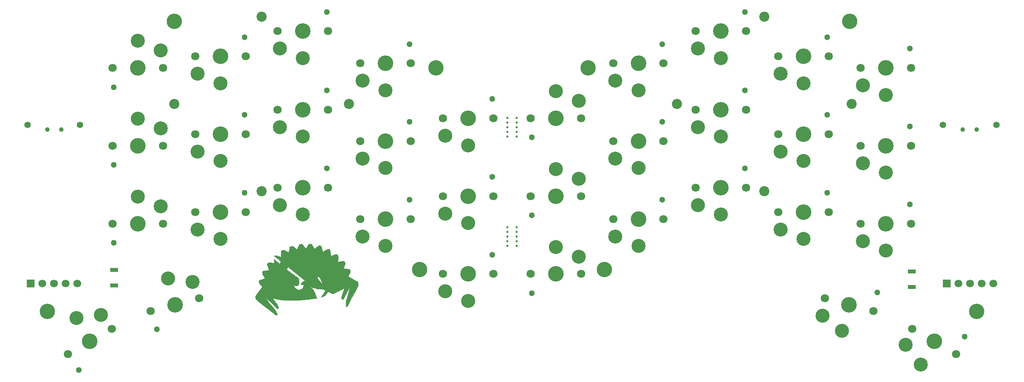
<source format=gbr>
%TF.GenerationSoftware,KiCad,Pcbnew,9.0.4*%
%TF.CreationDate,2025-08-28T00:25:30-07:00*%
%TF.ProjectId,sweepbling-lp__pcb,73776565-7062-46c6-996e-672d6c705f5f,rev?*%
%TF.SameCoordinates,Original*%
%TF.FileFunction,Soldermask,Top*%
%TF.FilePolarity,Negative*%
%FSLAX46Y46*%
G04 Gerber Fmt 4.6, Leading zero omitted, Abs format (unit mm)*
G04 Created by KiCad (PCBNEW 9.0.4) date 2025-08-28 00:25:30*
%MOMM*%
%LPD*%
G01*
G04 APERTURE LIST*
%ADD10C,0.010000*%
%ADD11C,1.800000*%
%ADD12C,3.050000*%
%ADD13C,3.400000*%
%ADD14C,1.300000*%
%ADD15C,0.500000*%
%ADD16R,1.700000X0.900000*%
%ADD17C,2.200000*%
%ADD18C,1.397000*%
%ADD19R,1.700000X1.700000*%
%ADD20C,1.700000*%
%ADD21C,3.350000*%
%ADD22C,1.000000*%
G04 APERTURE END LIST*
D10*
%TO.C,SweepLogo*%
X89586703Y-84163194D02*
X89606281Y-84177462D01*
X89612712Y-84184768D01*
X89610249Y-84186539D01*
X89602801Y-84181732D01*
X89587907Y-84169436D01*
X89584302Y-84166267D01*
X89561092Y-84145659D01*
X89586703Y-84163194D01*
G36*
X89586703Y-84163194D02*
G01*
X89606281Y-84177462D01*
X89612712Y-84184768D01*
X89610249Y-84186539D01*
X89602801Y-84181732D01*
X89587907Y-84169436D01*
X89584302Y-84166267D01*
X89561092Y-84145659D01*
X89586703Y-84163194D01*
G37*
X89624699Y-84199399D02*
X89640293Y-84213099D01*
X89651760Y-84224094D01*
X89668323Y-84241253D01*
X89677599Y-84252491D01*
X89678308Y-84254955D01*
X89670417Y-84249820D01*
X89654823Y-84236121D01*
X89643357Y-84225126D01*
X89626792Y-84207967D01*
X89617517Y-84196729D01*
X89616808Y-84194265D01*
X89624699Y-84199399D01*
G36*
X89624699Y-84199399D02*
G01*
X89640293Y-84213099D01*
X89651760Y-84224094D01*
X89668323Y-84241253D01*
X89677599Y-84252491D01*
X89678308Y-84254955D01*
X89670417Y-84249820D01*
X89654823Y-84236121D01*
X89643357Y-84225126D01*
X89626792Y-84207967D01*
X89617517Y-84196729D01*
X89616808Y-84194265D01*
X89624699Y-84199399D01*
G37*
X86420408Y-76800797D02*
X86438016Y-76802612D01*
X86454709Y-76805958D01*
X86465800Y-76808766D01*
X86527531Y-76833243D01*
X86584803Y-76871538D01*
X86633503Y-76920537D01*
X86656445Y-76953034D01*
X86666276Y-76970503D01*
X86682894Y-77001629D01*
X86705533Y-77044916D01*
X86733423Y-77098865D01*
X86765797Y-77161981D01*
X86801887Y-77232765D01*
X86840926Y-77309722D01*
X86882145Y-77391354D01*
X86924777Y-77476164D01*
X86926457Y-77479515D01*
X87162607Y-77950441D01*
X87194239Y-77954892D01*
X87225872Y-77959342D01*
X87589205Y-77609706D01*
X87666383Y-77535718D01*
X87737383Y-77468210D01*
X87801394Y-77407931D01*
X87857604Y-77355630D01*
X87905199Y-77312055D01*
X87943367Y-77277958D01*
X87971296Y-77254085D01*
X87988173Y-77241187D01*
X87990401Y-77239855D01*
X88004508Y-77233100D01*
X88020836Y-77227264D01*
X88041760Y-77221898D01*
X88069655Y-77216558D01*
X88106897Y-77210798D01*
X88155860Y-77204171D01*
X88218919Y-77196232D01*
X88229949Y-77194875D01*
X88431635Y-77170111D01*
X88487418Y-77188007D01*
X88542791Y-77212931D01*
X88595121Y-77249594D01*
X88639647Y-77294065D01*
X88669562Y-77338373D01*
X88677542Y-77357676D01*
X88689771Y-77393002D01*
X88706148Y-77444017D01*
X88726568Y-77510379D01*
X88750928Y-77591750D01*
X88779130Y-77687791D01*
X88811066Y-77798163D01*
X88846636Y-77922529D01*
X88846739Y-77922891D01*
X89000031Y-78461554D01*
X89055894Y-78484122D01*
X89111759Y-78506689D01*
X89502861Y-78258365D01*
X89577639Y-78211103D01*
X89649251Y-78166259D01*
X89716222Y-78124729D01*
X89777076Y-78087409D01*
X89830333Y-78055197D01*
X89874518Y-78028988D01*
X89908154Y-78009681D01*
X89929765Y-77998170D01*
X89935644Y-77995602D01*
X89960056Y-77989397D01*
X89999064Y-77982336D01*
X90050379Y-77974772D01*
X90111706Y-77967045D01*
X90156136Y-77962074D01*
X90215725Y-77955791D01*
X90261222Y-77951345D01*
X90295363Y-77948704D01*
X90320886Y-77947839D01*
X90340528Y-77948717D01*
X90357027Y-77951310D01*
X90373119Y-77955583D01*
X90385380Y-77959485D01*
X90451455Y-77989741D01*
X90508914Y-78033492D01*
X90555655Y-78088598D01*
X90589570Y-78152922D01*
X90597229Y-78174651D01*
X90603115Y-78196585D01*
X90609076Y-78225464D01*
X90615229Y-78262318D01*
X90621691Y-78308181D01*
X90628577Y-78364086D01*
X90636006Y-78431065D01*
X90644093Y-78510151D01*
X90652953Y-78602375D01*
X90662705Y-78708773D01*
X90673465Y-78830375D01*
X90680845Y-78915612D01*
X90717126Y-79337669D01*
X90774562Y-79379161D01*
X90803795Y-79399528D01*
X90830069Y-79416519D01*
X90848684Y-79427124D01*
X90851606Y-79428432D01*
X90858128Y-79429482D01*
X90868675Y-79428413D01*
X90884539Y-79424777D01*
X90907014Y-79418129D01*
X90937395Y-79408020D01*
X90976973Y-79394003D01*
X91027044Y-79375631D01*
X91088899Y-79352458D01*
X91163832Y-79324036D01*
X91253137Y-79289918D01*
X91260753Y-79287001D01*
X91650292Y-79137789D01*
X92062066Y-79087230D01*
X92115042Y-79105627D01*
X92180930Y-79137279D01*
X92237755Y-79182990D01*
X92284263Y-79241636D01*
X92317853Y-79294669D01*
X92370933Y-79689074D01*
X92325114Y-80141762D01*
X92279298Y-80594450D01*
X92406800Y-80721215D01*
X92469740Y-80709073D01*
X92508997Y-80701880D01*
X92561193Y-80692894D01*
X92624153Y-80682445D01*
X92695700Y-80670866D01*
X92773662Y-80658488D01*
X92855861Y-80645643D01*
X92940122Y-80632660D01*
X93024271Y-80619872D01*
X93106130Y-80607611D01*
X93183528Y-80596210D01*
X93254285Y-80585993D01*
X93316229Y-80577300D01*
X93367183Y-80570459D01*
X93404972Y-80565802D01*
X93421061Y-80564135D01*
X93467831Y-80560293D01*
X93502122Y-80558561D01*
X93528283Y-80559174D01*
X93550665Y-80562364D01*
X93573615Y-80568367D01*
X93588620Y-80573136D01*
X93655718Y-80603765D01*
X93713093Y-80648174D01*
X93760034Y-80705810D01*
X93761625Y-80708289D01*
X93794340Y-80759718D01*
X93849023Y-81205108D01*
X93708348Y-81673842D01*
X93567673Y-82142576D01*
X93605007Y-82194080D01*
X93623023Y-82218913D01*
X93636587Y-82237572D01*
X93643181Y-82246590D01*
X93643430Y-82246919D01*
X93651845Y-82247524D01*
X93675755Y-82248818D01*
X93713742Y-82250736D01*
X93764383Y-82253208D01*
X93826258Y-82256170D01*
X93897946Y-82259546D01*
X93978027Y-82263275D01*
X94065082Y-82267289D01*
X94157688Y-82271518D01*
X94184886Y-82272752D01*
X94303294Y-82278224D01*
X94405800Y-82283194D01*
X94493415Y-82287729D01*
X94567157Y-82291897D01*
X94628043Y-82295767D01*
X94677091Y-82299405D01*
X94715318Y-82302877D01*
X94743741Y-82306258D01*
X94763375Y-82309607D01*
X94771694Y-82311732D01*
X94822873Y-82334863D01*
X94873179Y-82370482D01*
X94917622Y-82414651D01*
X94940060Y-82444624D01*
X94970941Y-82491905D01*
X94998801Y-82718801D01*
X95007072Y-82786459D01*
X95013368Y-82839553D01*
X95017786Y-82880321D01*
X95020426Y-82911004D01*
X95021388Y-82933842D01*
X95020769Y-82951075D01*
X95018671Y-82964944D01*
X95015190Y-82977688D01*
X95010826Y-82990425D01*
X95004019Y-83006103D01*
X94990080Y-83035258D01*
X94969773Y-83076387D01*
X94943860Y-83127983D01*
X94913103Y-83188545D01*
X94878265Y-83256569D01*
X94840114Y-83330549D01*
X94799406Y-83408982D01*
X94767845Y-83469466D01*
X94726416Y-83548814D01*
X94687466Y-83623676D01*
X94651684Y-83692708D01*
X94619757Y-83754572D01*
X94592376Y-83807925D01*
X94570229Y-83851425D01*
X94554004Y-83883731D01*
X94544392Y-83903503D01*
X94541929Y-83909433D01*
X94549320Y-83914180D01*
X94570638Y-83926735D01*
X94605039Y-83946618D01*
X94651679Y-83973356D01*
X94709718Y-84006467D01*
X94778312Y-84045477D01*
X94856619Y-84089905D01*
X94943797Y-84139275D01*
X95039002Y-84193110D01*
X95141394Y-84250930D01*
X95250128Y-84312260D01*
X95364363Y-84376621D01*
X95483257Y-84443535D01*
X95563120Y-84488444D01*
X95721065Y-84577304D01*
X95864614Y-84658224D01*
X95994198Y-84731451D01*
X96110246Y-84797233D01*
X96213185Y-84855818D01*
X96303444Y-84907451D01*
X96381452Y-84952380D01*
X96447638Y-84990853D01*
X96502431Y-85023115D01*
X96546257Y-85049416D01*
X96579547Y-85070003D01*
X96602729Y-85085120D01*
X96616231Y-85095018D01*
X96618643Y-85097189D01*
X96638795Y-85118377D01*
X96655312Y-85139247D01*
X96668868Y-85162012D01*
X96680132Y-85188888D01*
X96689775Y-85222086D01*
X96698474Y-85263822D01*
X96706894Y-85316308D01*
X96715710Y-85381760D01*
X96723082Y-85441491D01*
X96731066Y-85508083D01*
X96737089Y-85560485D01*
X96741264Y-85601314D01*
X96743701Y-85633185D01*
X96744512Y-85658718D01*
X96743808Y-85680526D01*
X96741700Y-85701227D01*
X96738299Y-85723440D01*
X96735697Y-85738502D01*
X96717415Y-85819384D01*
X96688989Y-85912258D01*
X96650858Y-86015895D01*
X96603455Y-86129063D01*
X96576249Y-86189190D01*
X96532592Y-86281774D01*
X96480718Y-86388748D01*
X96420791Y-86509795D01*
X96352981Y-86644596D01*
X96277455Y-86792831D01*
X96194380Y-86954181D01*
X96103924Y-87128327D01*
X96006255Y-87314950D01*
X95901539Y-87513730D01*
X95789946Y-87724350D01*
X95671641Y-87946489D01*
X95546792Y-88179827D01*
X95415568Y-88424047D01*
X95278136Y-88678830D01*
X95134663Y-88943854D01*
X94994269Y-89202346D01*
X94949785Y-89284751D01*
X94905471Y-89368009D01*
X94862500Y-89449841D01*
X94822047Y-89527966D01*
X94785279Y-89600105D01*
X94753374Y-89663978D01*
X94727505Y-89717304D01*
X94710874Y-89753224D01*
X94654380Y-89878616D01*
X94601899Y-89992862D01*
X94553770Y-90095265D01*
X94510329Y-90185140D01*
X94471916Y-90261790D01*
X94438867Y-90324523D01*
X94411522Y-90372652D01*
X94397322Y-90395238D01*
X94371035Y-90434720D01*
X94225608Y-90452576D01*
X94173034Y-90458967D01*
X94134812Y-90463260D01*
X94108489Y-90465449D01*
X94091614Y-90465528D01*
X94081734Y-90463489D01*
X94076397Y-90459326D01*
X94073151Y-90453031D01*
X94072792Y-90452146D01*
X94068423Y-90434980D01*
X94063015Y-90403989D01*
X94056916Y-90362223D01*
X94050474Y-90312735D01*
X94044037Y-90258575D01*
X94037957Y-90202795D01*
X94032581Y-90148445D01*
X94028258Y-90098577D01*
X94025336Y-90056242D01*
X94024190Y-90026999D01*
X94024738Y-89969060D01*
X94027587Y-89899079D01*
X94032398Y-89821741D01*
X94038833Y-89741732D01*
X94046553Y-89663738D01*
X94055217Y-89592443D01*
X94056070Y-89586246D01*
X94085462Y-89398727D01*
X94121397Y-89213467D01*
X94164661Y-89027333D01*
X94216040Y-88837194D01*
X94276321Y-88639920D01*
X94344442Y-88437639D01*
X94401302Y-88269024D01*
X94458650Y-88086684D01*
X94515669Y-87893779D01*
X94571542Y-87693470D01*
X94625455Y-87488915D01*
X94676590Y-87283273D01*
X94724130Y-87079705D01*
X94767259Y-86881370D01*
X94805160Y-86691427D01*
X94827663Y-86567917D01*
X94837036Y-86512325D01*
X94846136Y-86455036D01*
X94854625Y-86398542D01*
X94862167Y-86345337D01*
X94868423Y-86297918D01*
X94873057Y-86258777D01*
X94875731Y-86230409D01*
X94876107Y-86215310D01*
X94875581Y-86213572D01*
X94870889Y-86219528D01*
X94861130Y-86237577D01*
X94848089Y-86264326D01*
X94842565Y-86276240D01*
X94814786Y-86335621D01*
X94779326Y-86409169D01*
X94736558Y-86496153D01*
X94686857Y-86595845D01*
X94630599Y-86707518D01*
X94568157Y-86830442D01*
X94499904Y-86963889D01*
X94426217Y-87107130D01*
X94347470Y-87259437D01*
X94264037Y-87420081D01*
X94176291Y-87588333D01*
X94084609Y-87763466D01*
X93989364Y-87944751D01*
X93890933Y-88131457D01*
X93823786Y-88258458D01*
X93781337Y-88339143D01*
X93739171Y-88420175D01*
X93698394Y-88499379D01*
X93660105Y-88574581D01*
X93625404Y-88643603D01*
X93595393Y-88704274D01*
X93571173Y-88754418D01*
X93553843Y-88791854D01*
X93553596Y-88792408D01*
X93529854Y-88845109D01*
X93511521Y-88883884D01*
X93497615Y-88910487D01*
X93487148Y-88926671D01*
X93479138Y-88934189D01*
X93473539Y-88935079D01*
X93458142Y-88929536D01*
X93453576Y-88926491D01*
X93444421Y-88920668D01*
X93422914Y-88908465D01*
X93391731Y-88891308D01*
X93353543Y-88870626D01*
X93311024Y-88847847D01*
X93266849Y-88824398D01*
X93223690Y-88801708D01*
X93184222Y-88781203D01*
X93151117Y-88764313D01*
X93134065Y-88755844D01*
X93103282Y-88740682D01*
X93076656Y-88727307D01*
X93059400Y-88718343D01*
X93058144Y-88717653D01*
X93052780Y-88713824D01*
X93049343Y-88707864D01*
X93048051Y-88697630D01*
X93049128Y-88680983D01*
X93052794Y-88655785D01*
X93059270Y-88619892D01*
X93068776Y-88571166D01*
X93078065Y-88524732D01*
X93102229Y-88408914D01*
X93127032Y-88299743D01*
X93153373Y-88194082D01*
X93182147Y-88088795D01*
X93214250Y-87980746D01*
X93250582Y-87866798D01*
X93292034Y-87743812D01*
X93339508Y-87608655D01*
X93341624Y-87602728D01*
X93401078Y-87432409D01*
X93458084Y-87260773D01*
X93514053Y-87083408D01*
X93570396Y-86895901D01*
X93598985Y-86797531D01*
X93615575Y-86739403D01*
X93632455Y-86679437D01*
X93649003Y-86619935D01*
X93664597Y-86563186D01*
X93678613Y-86511483D01*
X93690429Y-86467125D01*
X93699423Y-86432404D01*
X93704972Y-86409615D01*
X93706506Y-86401205D01*
X93700012Y-86404786D01*
X93682476Y-86416828D01*
X93656366Y-86435581D01*
X93624148Y-86459294D01*
X93614309Y-86466628D01*
X93554941Y-86510242D01*
X93495100Y-86552809D01*
X93437330Y-86592623D01*
X93384172Y-86627975D01*
X93338167Y-86657157D01*
X93301859Y-86678460D01*
X93289258Y-86685072D01*
X93271914Y-86693738D01*
X93241394Y-86709083D01*
X93199630Y-86730133D01*
X93148551Y-86755914D01*
X93090087Y-86785449D01*
X93026169Y-86817767D01*
X92958727Y-86851892D01*
X92943863Y-86859416D01*
X92792854Y-86935729D01*
X92655192Y-87004992D01*
X92529227Y-87068014D01*
X92413308Y-87125603D01*
X92305783Y-87178568D01*
X92205001Y-87227716D01*
X92109309Y-87273858D01*
X92017057Y-87317801D01*
X91926595Y-87360354D01*
X91836268Y-87402325D01*
X91813324Y-87412909D01*
X91729570Y-87451502D01*
X91659458Y-87483797D01*
X91601249Y-87510550D01*
X91553183Y-87532523D01*
X91513516Y-87550470D01*
X91480498Y-87565149D01*
X91452381Y-87577319D01*
X91427415Y-87587738D01*
X91403854Y-87597161D01*
X91379946Y-87606348D01*
X91353946Y-87616055D01*
X91324100Y-87627042D01*
X91290913Y-87639236D01*
X91244364Y-87656439D01*
X91203021Y-87671848D01*
X91169635Y-87684428D01*
X91146959Y-87693141D01*
X91138030Y-87696798D01*
X91126985Y-87694832D01*
X91104933Y-87685632D01*
X91075327Y-87670774D01*
X91049221Y-87656274D01*
X91016404Y-87637743D01*
X90988891Y-87623017D01*
X90970013Y-87613831D01*
X90963420Y-87611627D01*
X90953123Y-87606532D01*
X90952712Y-87605858D01*
X90944088Y-87598763D01*
X90924045Y-87585366D01*
X90895918Y-87567685D01*
X90863038Y-87547738D01*
X90828737Y-87527538D01*
X90796348Y-87509105D01*
X90795363Y-87508573D01*
X90769204Y-87494453D01*
X90765330Y-87492472D01*
X90734633Y-87476390D01*
X90701455Y-87458110D01*
X90673909Y-87442317D01*
X91334976Y-87442317D01*
X91339693Y-87446003D01*
X91343380Y-87441285D01*
X91338661Y-87437600D01*
X91334976Y-87442317D01*
X90673909Y-87442317D01*
X90669355Y-87439706D01*
X90641894Y-87423261D01*
X90622631Y-87410849D01*
X90615258Y-87404867D01*
X90604878Y-87399816D01*
X90603625Y-87399897D01*
X90590045Y-87396529D01*
X90584338Y-87393338D01*
X90560735Y-87379017D01*
X90526020Y-87359863D01*
X90484476Y-87338091D01*
X90440390Y-87315911D01*
X90398046Y-87295533D01*
X90370408Y-87282939D01*
X90300395Y-87254495D01*
X90240336Y-87235106D01*
X90191167Y-87224960D01*
X90153826Y-87224243D01*
X90129248Y-87233141D01*
X90127532Y-87234565D01*
X90120149Y-87243646D01*
X90104792Y-87264246D01*
X90083159Y-87293993D01*
X90056950Y-87330509D01*
X90027865Y-87371418D01*
X89997604Y-87414346D01*
X89967868Y-87456915D01*
X89949580Y-87483330D01*
X89933303Y-87506080D01*
X89910245Y-87537213D01*
X89884084Y-87571792D01*
X89868787Y-87591682D01*
X89847485Y-87619523D01*
X89818445Y-87657968D01*
X89783947Y-87703972D01*
X89746272Y-87754488D01*
X89707701Y-87806470D01*
X89689236Y-87831458D01*
X89648874Y-87885888D01*
X89606223Y-87942934D01*
X89564105Y-87998851D01*
X89525346Y-88049896D01*
X89492769Y-88092325D01*
X89483358Y-88104436D01*
X89401577Y-88209228D01*
X89018550Y-88313599D01*
X88940996Y-88334715D01*
X88868499Y-88354421D01*
X88802686Y-88372279D01*
X88745177Y-88387850D01*
X88697597Y-88400694D01*
X88661571Y-88410373D01*
X88638721Y-88416447D01*
X88630703Y-88418477D01*
X88633440Y-88412485D01*
X88644647Y-88395903D01*
X88662386Y-88371500D01*
X88678045Y-88350737D01*
X88701718Y-88319285D01*
X88731957Y-88278406D01*
X88765537Y-88232495D01*
X88799237Y-88185942D01*
X88813755Y-88165714D01*
X88845237Y-88121742D01*
X88876808Y-88077696D01*
X88905649Y-88037513D01*
X88928936Y-88005124D01*
X88937920Y-87992658D01*
X88964198Y-87955566D01*
X88997051Y-87908138D01*
X89033847Y-87854243D01*
X89071947Y-87797751D01*
X89108715Y-87742535D01*
X89120914Y-87724025D01*
X89139629Y-87695703D01*
X89157206Y-87669376D01*
X89166825Y-87655167D01*
X89188744Y-87622360D01*
X89216536Y-87579565D01*
X89247703Y-87530749D01*
X89279748Y-87479878D01*
X89310173Y-87430921D01*
X89336481Y-87387843D01*
X89356172Y-87354613D01*
X89357414Y-87352451D01*
X89366704Y-87336660D01*
X89381886Y-87311291D01*
X89400035Y-87281227D01*
X89404307Y-87274186D01*
X89439081Y-87214286D01*
X89470587Y-87154942D01*
X89497776Y-87098554D01*
X89519601Y-87047520D01*
X89527819Y-87024439D01*
X89535013Y-87004239D01*
X89540782Y-86980197D01*
X89542964Y-86971109D01*
X89543279Y-86962829D01*
X89543560Y-86955483D01*
X89536848Y-86933324D01*
X89530651Y-86921729D01*
X89526429Y-86913830D01*
X89510613Y-86896228D01*
X89488476Y-86877760D01*
X89465238Y-86862144D01*
X89464188Y-86861648D01*
X89446115Y-86853097D01*
X89439886Y-86852183D01*
X89427864Y-86848511D01*
X89426424Y-86846755D01*
X89414793Y-86837760D01*
X89389623Y-86825172D01*
X89353669Y-86810002D01*
X89309684Y-86793264D01*
X89260424Y-86775973D01*
X89208644Y-86759141D01*
X89157098Y-86743782D01*
X89117961Y-86733257D01*
X89083905Y-86724465D01*
X89052688Y-86716134D01*
X89031481Y-86710185D01*
X88978967Y-86696144D01*
X88912966Y-86680951D01*
X88836832Y-86665241D01*
X88753919Y-86649656D01*
X88667576Y-86634824D01*
X88581481Y-86621439D01*
X91976316Y-86621439D01*
X91981034Y-86625124D01*
X91984720Y-86620407D01*
X91980002Y-86616721D01*
X91976316Y-86621439D01*
X88581481Y-86621439D01*
X88581159Y-86621389D01*
X88516182Y-86612329D01*
X88430056Y-86604762D01*
X88426196Y-86604423D01*
X88328645Y-86603657D01*
X88220746Y-86610096D01*
X88128994Y-86619978D01*
X88031769Y-86630645D01*
X87950289Y-86636286D01*
X87884128Y-86636896D01*
X87832859Y-86632473D01*
X87796059Y-86623015D01*
X87785068Y-86617688D01*
X87754413Y-86602575D01*
X87713526Y-86586080D01*
X93097968Y-86586080D01*
X93102685Y-86589766D01*
X93106372Y-86585048D01*
X93101653Y-86581363D01*
X93097968Y-86586080D01*
X87713526Y-86586080D01*
X87711010Y-86585065D01*
X87658640Y-86566481D01*
X87601071Y-86548152D01*
X87550334Y-86533744D01*
X93176845Y-86533744D01*
X93181562Y-86537430D01*
X93185247Y-86532713D01*
X93180530Y-86529026D01*
X93176845Y-86533744D01*
X87550334Y-86533744D01*
X87542080Y-86531400D01*
X87531159Y-86528541D01*
X87483653Y-86515905D01*
X93183184Y-86515905D01*
X93187902Y-86519591D01*
X93191588Y-86514873D01*
X93186870Y-86511188D01*
X93183184Y-86515905D01*
X87483653Y-86515905D01*
X87467043Y-86511487D01*
X87415130Y-86496153D01*
X87371053Y-86480780D01*
X87330443Y-86463610D01*
X87288930Y-86442887D01*
X87242148Y-86416853D01*
X87216679Y-86402037D01*
X87194816Y-86388615D01*
X87179564Y-86378591D01*
X87149458Y-86359652D01*
X87124266Y-86347336D01*
X87107145Y-86342980D01*
X87101610Y-86345472D01*
X87090180Y-86352583D01*
X87065204Y-86358455D01*
X87030016Y-86362948D01*
X86987968Y-86365920D01*
X86942403Y-86367229D01*
X86896667Y-86366733D01*
X86854104Y-86364289D01*
X86818061Y-86359755D01*
X86808748Y-86357907D01*
X86777096Y-86347910D01*
X86746723Y-86333781D01*
X86739648Y-86329472D01*
X86714322Y-86315266D01*
X86681925Y-86300421D01*
X86662654Y-86292923D01*
X86634425Y-86282070D01*
X86611290Y-86271789D01*
X86601298Y-86266251D01*
X86586338Y-86258361D01*
X86561087Y-86247411D01*
X86533703Y-86236785D01*
X86503117Y-86224617D01*
X86463335Y-86207484D01*
X86440628Y-86197198D01*
X94875693Y-86197198D01*
X94880410Y-86200884D01*
X94884096Y-86196167D01*
X94879378Y-86192480D01*
X94875693Y-86197198D01*
X86440628Y-86197198D01*
X86420307Y-86187993D01*
X86392077Y-86174652D01*
X86351801Y-86155237D01*
X86312368Y-86136239D01*
X86289878Y-86125411D01*
X86279054Y-86120200D01*
X86261625Y-86111819D01*
X86247131Y-86105069D01*
X86236413Y-86100078D01*
X86207751Y-86087553D01*
X86172902Y-86073130D01*
X86129126Y-86055682D01*
X86073683Y-86034090D01*
X86037962Y-86020330D01*
X85957387Y-85989361D01*
X86180452Y-86165568D01*
X86239257Y-86212119D01*
X86298711Y-86259365D01*
X86356223Y-86305235D01*
X86409203Y-86347656D01*
X86455061Y-86384557D01*
X86491204Y-86413866D01*
X86502059Y-86422750D01*
X86539776Y-86453718D01*
X86575722Y-86483185D01*
X86606511Y-86508380D01*
X86628756Y-86526528D01*
X86633755Y-86530588D01*
X86660119Y-86553237D01*
X86688863Y-86579785D01*
X86700709Y-86591367D01*
X86720044Y-86610556D01*
X86734416Y-86624428D01*
X86739444Y-86628942D01*
X86762720Y-86649316D01*
X86792863Y-86680166D01*
X86827009Y-86718104D01*
X86862298Y-86759744D01*
X86895870Y-86801698D01*
X86924865Y-86840580D01*
X86946421Y-86873005D01*
X86948350Y-86876260D01*
X86959902Y-86896146D01*
X86969620Y-86913154D01*
X86978625Y-86929533D01*
X86988044Y-86947532D01*
X86999002Y-86969401D01*
X87012625Y-86997391D01*
X87030039Y-87033750D01*
X87052367Y-87080728D01*
X87080737Y-87140574D01*
X87083319Y-87146023D01*
X87121500Y-87225641D01*
X87153954Y-87291064D01*
X87181515Y-87343713D01*
X87205011Y-87385006D01*
X87225274Y-87416364D01*
X87243134Y-87439205D01*
X87259421Y-87454949D01*
X87267469Y-87460753D01*
X87281207Y-87471389D01*
X87293051Y-87485534D01*
X87303685Y-87505205D01*
X87313796Y-87532417D01*
X87324068Y-87569189D01*
X87335185Y-87617532D01*
X87347834Y-87679465D01*
X87355830Y-87720773D01*
X87366194Y-87774203D01*
X87376012Y-87823332D01*
X87384674Y-87865217D01*
X87391569Y-87896920D01*
X87396087Y-87915497D01*
X87396643Y-87917353D01*
X87403089Y-87937199D01*
X87412876Y-87967225D01*
X87424079Y-88001525D01*
X87426057Y-88007575D01*
X87438760Y-88041974D01*
X87458024Y-88088435D01*
X87482480Y-88144058D01*
X87510753Y-88205947D01*
X87541471Y-88271201D01*
X87573262Y-88336927D01*
X87604755Y-88400223D01*
X87634574Y-88458192D01*
X87661352Y-88507935D01*
X87671673Y-88526222D01*
X87692251Y-88562491D01*
X87709095Y-88593106D01*
X87720726Y-88615305D01*
X87725663Y-88626327D01*
X87725680Y-88627011D01*
X87714883Y-88630965D01*
X87689091Y-88637199D01*
X87650048Y-88645395D01*
X87599491Y-88655233D01*
X87539161Y-88666396D01*
X87470798Y-88678562D01*
X87396142Y-88691414D01*
X87316931Y-88704632D01*
X87234908Y-88717897D01*
X87200525Y-88723328D01*
X87149208Y-88731219D01*
X87094915Y-88739236D01*
X87036601Y-88747507D01*
X86973226Y-88756160D01*
X86903748Y-88765324D01*
X86827125Y-88775125D01*
X86742317Y-88785691D01*
X86648276Y-88797151D01*
X86543972Y-88809631D01*
X86428352Y-88823263D01*
X86300380Y-88838171D01*
X86159012Y-88854484D01*
X86003207Y-88872329D01*
X85831923Y-88891836D01*
X85777125Y-88898058D01*
X85607653Y-88917267D01*
X85453780Y-88934655D01*
X85314285Y-88950344D01*
X85187944Y-88964460D01*
X85073537Y-88977125D01*
X84969842Y-88988463D01*
X84875636Y-88998597D01*
X84789697Y-89007653D01*
X84710804Y-89015754D01*
X84637735Y-89023023D01*
X84569267Y-89029584D01*
X84504179Y-89035562D01*
X84441249Y-89041080D01*
X84379255Y-89046263D01*
X84316974Y-89051232D01*
X84253186Y-89056114D01*
X84186667Y-89061032D01*
X84125746Y-89065426D01*
X83575048Y-89099703D01*
X83036807Y-89122870D01*
X82510696Y-89134919D01*
X81996386Y-89135839D01*
X81493551Y-89125625D01*
X81001861Y-89104269D01*
X80520990Y-89071762D01*
X80050610Y-89028098D01*
X79716579Y-88988300D01*
X79681322Y-88984100D01*
X79590393Y-88973266D01*
X79441612Y-88952850D01*
X79264709Y-88924714D01*
X79076149Y-88889001D01*
X78879033Y-88846438D01*
X78676462Y-88797750D01*
X78471538Y-88743664D01*
X78267359Y-88684907D01*
X78168705Y-88654688D01*
X78126672Y-88641831D01*
X78090757Y-88631388D01*
X78063854Y-88624156D01*
X78048860Y-88620937D01*
X78046764Y-88621017D01*
X78050638Y-88628678D01*
X78063060Y-88648507D01*
X78082869Y-88678802D01*
X78108899Y-88717860D01*
X78139987Y-88763979D01*
X78174971Y-88815457D01*
X78212686Y-88870589D01*
X78251968Y-88927674D01*
X78291653Y-88985009D01*
X78330579Y-89040893D01*
X78367582Y-89093622D01*
X78401499Y-89141493D01*
X78422609Y-89170963D01*
X78459106Y-89220893D01*
X78500300Y-89276071D01*
X78541862Y-89330768D01*
X78579462Y-89379250D01*
X78590364Y-89393036D01*
X78689753Y-89521836D01*
X78786355Y-89654676D01*
X78878969Y-89789586D01*
X78966393Y-89924594D01*
X79047423Y-90057729D01*
X79120859Y-90187021D01*
X79185499Y-90310499D01*
X79240140Y-90426191D01*
X79281287Y-90526011D01*
X79293006Y-90558383D01*
X79302209Y-90587928D01*
X79309715Y-90618510D01*
X79316340Y-90654002D01*
X79322902Y-90698271D01*
X79330218Y-90755187D01*
X79330921Y-90760896D01*
X79349763Y-90914260D01*
X79066481Y-90949042D01*
X79019520Y-90910024D01*
X78987875Y-90881854D01*
X78946480Y-90841982D01*
X78896521Y-90791631D01*
X78839188Y-90732023D01*
X78775670Y-90664381D01*
X78707156Y-90589927D01*
X78691595Y-90572825D01*
X78662085Y-90541346D01*
X78622191Y-90500321D01*
X78573935Y-90451740D01*
X78519322Y-90397597D01*
X78460369Y-90339882D01*
X78399087Y-90280589D01*
X78337490Y-90221708D01*
X78319628Y-90204780D01*
X78123871Y-90019321D01*
X77937936Y-89842530D01*
X77762017Y-89674597D01*
X77596315Y-89515716D01*
X77441022Y-89366079D01*
X77296338Y-89225880D01*
X77162455Y-89095313D01*
X77039571Y-88974569D01*
X76927889Y-88863841D01*
X76827596Y-88763323D01*
X76738894Y-88673207D01*
X76666987Y-88598868D01*
X82818778Y-88598868D01*
X82823497Y-88602554D01*
X82825454Y-88600048D01*
X82878635Y-88600048D01*
X82883353Y-88603735D01*
X82887039Y-88599017D01*
X82882321Y-88595331D01*
X82878635Y-88600048D01*
X82825454Y-88600048D01*
X82827182Y-88597836D01*
X82822465Y-88594150D01*
X82818778Y-88598868D01*
X76666987Y-88598868D01*
X76661975Y-88593687D01*
X76597040Y-88524956D01*
X76544283Y-88467205D01*
X76505784Y-88422883D01*
X76479640Y-88391739D01*
X76457581Y-88365564D01*
X76441803Y-88346954D01*
X76434499Y-88338505D01*
X76434331Y-88338332D01*
X76427291Y-88341403D01*
X76418908Y-88350386D01*
X76413581Y-88359153D01*
X76412821Y-88369313D01*
X76417583Y-88384652D01*
X76428819Y-88408958D01*
X76438601Y-88428497D01*
X76482345Y-88510174D01*
X76536484Y-88603097D01*
X76600106Y-88705912D01*
X76672289Y-88817267D01*
X76752116Y-88935811D01*
X76838671Y-89060191D01*
X76931034Y-89189055D01*
X77028287Y-89321051D01*
X77129513Y-89454827D01*
X77177891Y-89517533D01*
X77300292Y-89673552D01*
X77419963Y-89822821D01*
X77535875Y-89964120D01*
X77646999Y-90096229D01*
X77752308Y-90217929D01*
X77850773Y-90328000D01*
X77941363Y-90425221D01*
X77956757Y-90441266D01*
X78013369Y-90501244D01*
X78076309Y-90570104D01*
X78142748Y-90644589D01*
X78209853Y-90721440D01*
X78274794Y-90797403D01*
X78334740Y-90869219D01*
X78386860Y-90933631D01*
X78406235Y-90958340D01*
X78489985Y-91069451D01*
X78571072Y-91182907D01*
X78648481Y-91296997D01*
X78721192Y-91410015D01*
X78788190Y-91520252D01*
X78848457Y-91625998D01*
X78900973Y-91725546D01*
X78944722Y-91817186D01*
X78978688Y-91899211D01*
X78995264Y-91947295D01*
X79002596Y-91975871D01*
X79010610Y-92015262D01*
X79018775Y-92061793D01*
X79026569Y-92111786D01*
X79033463Y-92161565D01*
X79038930Y-92207452D01*
X79042445Y-92245769D01*
X79043480Y-92272840D01*
X79042978Y-92280514D01*
X79041440Y-92287791D01*
X79037548Y-92293354D01*
X79028858Y-92297836D01*
X79012930Y-92301869D01*
X78987322Y-92306084D01*
X78949594Y-92311116D01*
X78902001Y-92317017D01*
X78842584Y-92323669D01*
X78795619Y-92327561D01*
X78762490Y-92328610D01*
X78744584Y-92326731D01*
X78744231Y-92326603D01*
X78716554Y-92312472D01*
X78677120Y-92286554D01*
X78625901Y-92248823D01*
X78562867Y-92199256D01*
X78487987Y-92137829D01*
X78401231Y-92064516D01*
X78302569Y-91979294D01*
X78191970Y-91882137D01*
X78142985Y-91838686D01*
X78080348Y-91784328D01*
X78006820Y-91722810D01*
X77925446Y-91656594D01*
X77839271Y-91588141D01*
X77751339Y-91519913D01*
X77703735Y-91483678D01*
X77542592Y-91361672D01*
X77377921Y-91236530D01*
X77210687Y-91109002D01*
X77041856Y-90979843D01*
X76872392Y-90849799D01*
X76703262Y-90719625D01*
X76535429Y-90590073D01*
X76369861Y-90461893D01*
X76207520Y-90335837D01*
X76049374Y-90212657D01*
X75896386Y-90093103D01*
X75749523Y-89977928D01*
X75609750Y-89867882D01*
X75478032Y-89763717D01*
X75355333Y-89666185D01*
X75242621Y-89576036D01*
X75140858Y-89494025D01*
X75051011Y-89420898D01*
X74996373Y-89375938D01*
X74894757Y-89291090D01*
X74805786Y-89215015D01*
X74728380Y-89146567D01*
X74661458Y-89084606D01*
X74603939Y-89027987D01*
X74554741Y-88975569D01*
X74512783Y-88926207D01*
X74476984Y-88878760D01*
X74446264Y-88832084D01*
X74419539Y-88785036D01*
X74399875Y-88745433D01*
X74390905Y-88725193D01*
X74383442Y-88704999D01*
X74376888Y-88682104D01*
X74370648Y-88653763D01*
X74364128Y-88617225D01*
X74356731Y-88569745D01*
X74347864Y-88508577D01*
X74346558Y-88499381D01*
X74336236Y-88422651D01*
X74329268Y-88360080D01*
X74325670Y-88309232D01*
X74325458Y-88267661D01*
X74328651Y-88232929D01*
X74335261Y-88202595D01*
X74345307Y-88174218D01*
X74348781Y-88166194D01*
X74355925Y-88154539D01*
X74356536Y-88153638D01*
X74369155Y-88135027D01*
X74372366Y-88130292D01*
X74397353Y-88094498D01*
X74430138Y-88048200D01*
X74469972Y-87992440D01*
X74474918Y-87985558D01*
X74516106Y-87928259D01*
X74567790Y-87856700D01*
X74595356Y-87818687D01*
X77084490Y-87818687D01*
X77089207Y-87822373D01*
X77092893Y-87817655D01*
X77088175Y-87813969D01*
X77084490Y-87818687D01*
X74595356Y-87818687D01*
X74603804Y-87807038D01*
X77040409Y-87807038D01*
X77045126Y-87810725D01*
X77048811Y-87806007D01*
X77044094Y-87802321D01*
X77040409Y-87807038D01*
X74603804Y-87807038D01*
X74624276Y-87778807D01*
X74684815Y-87695620D01*
X74748657Y-87608184D01*
X74805634Y-87530383D01*
X74878626Y-87430845D01*
X74954032Y-87328001D01*
X75030510Y-87223690D01*
X75106710Y-87119749D01*
X75181283Y-87018016D01*
X75252884Y-86920332D01*
X75271755Y-86894584D01*
X83360181Y-86894584D01*
X83364898Y-86898270D01*
X83368585Y-86893553D01*
X83363866Y-86889866D01*
X83360181Y-86894584D01*
X75271755Y-86894584D01*
X75320164Y-86828533D01*
X75381775Y-86744459D01*
X75436371Y-86669948D01*
X75482603Y-86606838D01*
X75491731Y-86594376D01*
X75541730Y-86526140D01*
X75589921Y-86460434D01*
X75635127Y-86398857D01*
X75660565Y-86364245D01*
X75676175Y-86343006D01*
X75688147Y-86326738D01*
X75711889Y-86294477D01*
X75741096Y-86254869D01*
X75743435Y-86251706D01*
X75757318Y-86232942D01*
X75762619Y-86225778D01*
X75775056Y-86209106D01*
X75814350Y-86157033D01*
X75726065Y-86057644D01*
X75582592Y-85896125D01*
X75497984Y-85800875D01*
X75473370Y-85773051D01*
X75472691Y-85772283D01*
X75422360Y-85715391D01*
X75355411Y-85638990D01*
X75297567Y-85572184D01*
X75251542Y-85518155D01*
X82551408Y-85518155D01*
X82556125Y-85521842D01*
X82559812Y-85517124D01*
X82555094Y-85513438D01*
X82551408Y-85518155D01*
X75251542Y-85518155D01*
X75249262Y-85515479D01*
X75210924Y-85469386D01*
X75199951Y-85455651D01*
X82782581Y-85455651D01*
X82787298Y-85459336D01*
X82790984Y-85454619D01*
X82786266Y-85450932D01*
X82782581Y-85455651D01*
X75199951Y-85455651D01*
X75182985Y-85434414D01*
X75165878Y-85411071D01*
X75161182Y-85403253D01*
X75160627Y-85401999D01*
X75154357Y-85387844D01*
X75149952Y-85374710D01*
X82747052Y-85374710D01*
X82751769Y-85378396D01*
X82755455Y-85373678D01*
X82750737Y-85369992D01*
X82747052Y-85374710D01*
X75149952Y-85374710D01*
X75148404Y-85370095D01*
X75142884Y-85347627D01*
X75137357Y-85318066D01*
X75131384Y-85279026D01*
X75130831Y-85274921D01*
X83698717Y-85274921D01*
X83703434Y-85278606D01*
X83707121Y-85273889D01*
X83702403Y-85270203D01*
X83698717Y-85274921D01*
X75130831Y-85274921D01*
X75124526Y-85228137D01*
X75121157Y-85201331D01*
X82700173Y-85201331D01*
X82704890Y-85205017D01*
X82708576Y-85200299D01*
X82703858Y-85196613D01*
X82700173Y-85201331D01*
X75121157Y-85201331D01*
X75116342Y-85163018D01*
X75115467Y-85155901D01*
X75107611Y-85091310D01*
X75101790Y-85041033D01*
X75100045Y-85023825D01*
X82686907Y-85023825D01*
X82691626Y-85027510D01*
X82695311Y-85022793D01*
X82690594Y-85019106D01*
X82686907Y-85023825D01*
X75100045Y-85023825D01*
X75097891Y-85002590D01*
X75095804Y-84973495D01*
X75095413Y-84951270D01*
X75096609Y-84933432D01*
X75099278Y-84917498D01*
X75103308Y-84900988D01*
X75103839Y-84898995D01*
X75112725Y-84876314D01*
X82707236Y-84876314D01*
X82708011Y-84883898D01*
X82711586Y-84876117D01*
X82716417Y-84858126D01*
X82725024Y-84826434D01*
X82736857Y-84787987D01*
X82742340Y-84771739D01*
X83628404Y-84771739D01*
X83633122Y-84775424D01*
X83636807Y-84770707D01*
X83632090Y-84767022D01*
X83628404Y-84771739D01*
X82742340Y-84771739D01*
X82743079Y-84769550D01*
X82747583Y-84756201D01*
X82762954Y-84717246D01*
X82781629Y-84675771D01*
X82785748Y-84667652D01*
X83572972Y-84667652D01*
X83577690Y-84671338D01*
X83581376Y-84666620D01*
X83576658Y-84662934D01*
X83572972Y-84667652D01*
X82785748Y-84667652D01*
X82795756Y-84647923D01*
X82823306Y-84597625D01*
X82796829Y-84634996D01*
X82782529Y-84659765D01*
X82765914Y-84695525D01*
X82748681Y-84737734D01*
X82732505Y-84781849D01*
X82719076Y-84823329D01*
X82710081Y-84857632D01*
X82707236Y-84876314D01*
X75112725Y-84876314D01*
X75124726Y-84845683D01*
X75156955Y-84793351D01*
X75196671Y-84747240D01*
X75240012Y-84712592D01*
X75241890Y-84711446D01*
X75254893Y-84704573D01*
X75273564Y-84696435D01*
X75299038Y-84686663D01*
X75332450Y-84674890D01*
X75374938Y-84660747D01*
X75427638Y-84643867D01*
X75491684Y-84623881D01*
X75568217Y-84600420D01*
X75658368Y-84573116D01*
X75763276Y-84541606D01*
X75801364Y-84530210D01*
X75891164Y-84503326D01*
X75976116Y-84477822D01*
X76054839Y-84454120D01*
X76125949Y-84432639D01*
X76188066Y-84413796D01*
X76198304Y-84410673D01*
X83234330Y-84410673D01*
X83239048Y-84414359D01*
X83242734Y-84409641D01*
X83238016Y-84405956D01*
X83234330Y-84410673D01*
X76198304Y-84410673D01*
X76239806Y-84398013D01*
X76279789Y-84385708D01*
X76306629Y-84377303D01*
X76318949Y-84373214D01*
X76319587Y-84372926D01*
X76324356Y-84363635D01*
X76332698Y-84342488D01*
X76342955Y-84313738D01*
X76344787Y-84308345D01*
X76365318Y-84247513D01*
X76127226Y-83845969D01*
X76081917Y-83769264D01*
X76038754Y-83695631D01*
X75998606Y-83626594D01*
X75962345Y-83563673D01*
X75930840Y-83508393D01*
X75904962Y-83462277D01*
X75885583Y-83426849D01*
X75873573Y-83403630D01*
X75870515Y-83396856D01*
X75863457Y-83375917D01*
X75857067Y-83349917D01*
X75850936Y-83316387D01*
X75844655Y-83272858D01*
X75837819Y-83216862D01*
X75831768Y-83162289D01*
X75815004Y-83006548D01*
X75811641Y-82975291D01*
X75835470Y-82907290D01*
X75867462Y-82838617D01*
X75910921Y-82782388D01*
X75965789Y-82738662D01*
X76032006Y-82707495D01*
X76040385Y-82704708D01*
X76062070Y-82698934D01*
X76091954Y-82692997D01*
X76131006Y-82686790D01*
X76180191Y-82680205D01*
X76240476Y-82673134D01*
X76312830Y-82665471D01*
X76398218Y-82657108D01*
X76497607Y-82647937D01*
X76611966Y-82637852D01*
X76741303Y-82626824D01*
X76832394Y-82618997D01*
X76914661Y-82611600D01*
X76986881Y-82604759D01*
X77047835Y-82598599D01*
X77096301Y-82593249D01*
X77131058Y-82588833D01*
X77150885Y-82585478D01*
X77155112Y-82584022D01*
X77162984Y-82573196D01*
X77176906Y-82551501D01*
X77194474Y-82522741D01*
X77203589Y-82507382D01*
X77243522Y-82439453D01*
X77213927Y-82357413D01*
X81101785Y-82357413D01*
X81465441Y-82638615D01*
X81570206Y-82719486D01*
X81675700Y-82800656D01*
X81780259Y-82880856D01*
X81882221Y-82958821D01*
X81979922Y-83033285D01*
X82071701Y-83102981D01*
X82155893Y-83166643D01*
X82230837Y-83223004D01*
X82294869Y-83270799D01*
X82320444Y-83289738D01*
X82355834Y-83315916D01*
X82397596Y-83346887D01*
X82438531Y-83377315D01*
X82452211Y-83387503D01*
X82492124Y-83416958D01*
X82537845Y-83450231D01*
X82586133Y-83485008D01*
X82633741Y-83518973D01*
X82677426Y-83549814D01*
X82713946Y-83575216D01*
X82739905Y-83592765D01*
X82765101Y-83610234D01*
X82795462Y-83632569D01*
X82815946Y-83648316D01*
X82834087Y-83662124D01*
X82863769Y-83684157D01*
X82902764Y-83712785D01*
X82948840Y-83746380D01*
X82999772Y-83783310D01*
X83053328Y-83821951D01*
X83060297Y-83826962D01*
X83155053Y-83895280D01*
X83252636Y-83965971D01*
X83350592Y-84037239D01*
X83446460Y-84107285D01*
X83537781Y-84174308D01*
X83622109Y-84236513D01*
X83696975Y-84292099D01*
X83746664Y-84329285D01*
X83777801Y-84352140D01*
X83806135Y-84371962D01*
X83827479Y-84385863D01*
X83834542Y-84389851D01*
X83850381Y-84399898D01*
X83856680Y-84407747D01*
X83850887Y-84414604D01*
X83837261Y-84417273D01*
X83824599Y-84414741D01*
X83821632Y-84411780D01*
X83811663Y-84407553D01*
X83788390Y-84403381D01*
X83755440Y-84399612D01*
X83716437Y-84396596D01*
X83675011Y-84394680D01*
X83638544Y-84394187D01*
X83589367Y-84394441D01*
X83629623Y-84444060D01*
X83651376Y-84470174D01*
X83670882Y-84492372D01*
X83684173Y-84506155D01*
X83684858Y-84506767D01*
X83697168Y-84520793D01*
X83700990Y-84529232D01*
X83705606Y-84543838D01*
X83715240Y-84564961D01*
X83727122Y-84587449D01*
X83738481Y-84606147D01*
X83746548Y-84615899D01*
X83747808Y-84616329D01*
X83753418Y-84622993D01*
X83756997Y-84637996D01*
X83760811Y-84656412D01*
X83768502Y-84685458D01*
X83778604Y-84719694D01*
X83781683Y-84729525D01*
X83789106Y-84758491D01*
X83797075Y-84799340D01*
X83805358Y-84849826D01*
X83813718Y-84907695D01*
X83821922Y-84970700D01*
X83829735Y-85036588D01*
X83836922Y-85103110D01*
X83843248Y-85168016D01*
X83848480Y-85229054D01*
X83852382Y-85283975D01*
X83854720Y-85330528D01*
X83855258Y-85366463D01*
X83853764Y-85389529D01*
X83851263Y-85396939D01*
X83846980Y-85407275D01*
X83840966Y-85428969D01*
X83836126Y-85449980D01*
X83807253Y-85552665D01*
X83766192Y-85644855D01*
X83711916Y-85728787D01*
X83702990Y-85740272D01*
X83667849Y-85778546D01*
X83625783Y-85815145D01*
X83581425Y-85846628D01*
X83539404Y-85869558D01*
X83518327Y-85877466D01*
X83492767Y-85886661D01*
X83471603Y-85897015D01*
X83470431Y-85897754D01*
X83456959Y-85902032D01*
X83430274Y-85907041D01*
X83393324Y-85912490D01*
X83349056Y-85918086D01*
X83300417Y-85923535D01*
X83250358Y-85928547D01*
X83201825Y-85932829D01*
X83157765Y-85936090D01*
X83121127Y-85938037D01*
X83094859Y-85938377D01*
X83081909Y-85936819D01*
X83081225Y-85936327D01*
X83069613Y-85931114D01*
X83048081Y-85927359D01*
X83040868Y-85926774D01*
X83018071Y-85924249D01*
X83003401Y-85920485D01*
X83001583Y-85919294D01*
X82991616Y-85912852D01*
X82971568Y-85902347D01*
X82957158Y-85895402D01*
X82882077Y-85851254D01*
X82866184Y-85837776D01*
X82857398Y-85830327D01*
X82831036Y-85807972D01*
X82811611Y-85791500D01*
X82808921Y-85788410D01*
X83198769Y-85788410D01*
X83203486Y-85792096D01*
X83207173Y-85787379D01*
X83202455Y-85783692D01*
X83198769Y-85788410D01*
X82808921Y-85788410D01*
X82804557Y-85783397D01*
X83309047Y-85783397D01*
X83313765Y-85787086D01*
X83317450Y-85782368D01*
X83312733Y-85778682D01*
X83309047Y-85783397D01*
X82804557Y-85783397D01*
X82795058Y-85772486D01*
X83120042Y-85772486D01*
X83124759Y-85776172D01*
X83128446Y-85771454D01*
X83123727Y-85767768D01*
X83120042Y-85772486D01*
X82795058Y-85772486D01*
X82746839Y-85717099D01*
X82730922Y-85695270D01*
X82698252Y-85648812D01*
X82694037Y-85694410D01*
X82688849Y-85776133D01*
X82689101Y-85848091D01*
X82694752Y-85907542D01*
X82697481Y-85922467D01*
X82705120Y-85953146D01*
X82715871Y-85988744D01*
X82728428Y-86025768D01*
X82741480Y-86060721D01*
X82753719Y-86090107D01*
X82763838Y-86110432D01*
X82770527Y-86118201D01*
X82770759Y-86118196D01*
X82777358Y-86124887D01*
X82784989Y-86142563D01*
X82786764Y-86148219D01*
X82796449Y-86174891D01*
X82809096Y-86201448D01*
X82822185Y-86223421D01*
X82833197Y-86236334D01*
X82837283Y-86237983D01*
X82843992Y-86244294D01*
X82846419Y-86253465D01*
X82854493Y-86274295D01*
X82873526Y-86303831D01*
X82901522Y-86339867D01*
X82936489Y-86380194D01*
X82976435Y-86422608D01*
X83019364Y-86464902D01*
X83063292Y-86504868D01*
X83103711Y-86538348D01*
X83145237Y-86568985D01*
X83192544Y-86600792D01*
X83243107Y-86632384D01*
X83294401Y-86662372D01*
X83343899Y-86689370D01*
X83389079Y-86711989D01*
X83427412Y-86728841D01*
X83456375Y-86738539D01*
X83471093Y-86740217D01*
X83484198Y-86742836D01*
X83487115Y-86747336D01*
X83495231Y-86753551D01*
X83516225Y-86762999D01*
X83546617Y-86774531D01*
X83582926Y-86787000D01*
X83621674Y-86799257D01*
X83659380Y-86810156D01*
X83692566Y-86818547D01*
X83717069Y-86823196D01*
X83741654Y-86827187D01*
X83758457Y-86831317D01*
X83762076Y-86833036D01*
X83775299Y-86838800D01*
X83798283Y-86844020D01*
X83823872Y-86847451D01*
X83844909Y-86847844D01*
X83846188Y-86847706D01*
X83861743Y-86848883D01*
X83866974Y-86853683D01*
X83875358Y-86858378D01*
X83896599Y-86858103D01*
X83927548Y-86853401D01*
X83965052Y-86844818D01*
X84005959Y-86832902D01*
X84025678Y-86826228D01*
X84070271Y-86809460D01*
X84116522Y-86790456D01*
X84161321Y-86770671D01*
X84201563Y-86751562D01*
X84234140Y-86734582D01*
X84255944Y-86721187D01*
X84262772Y-86715215D01*
X84277945Y-86702892D01*
X84287054Y-86699741D01*
X84301169Y-86694341D01*
X84323460Y-86682143D01*
X84341672Y-86670659D01*
X84427128Y-86605985D01*
X84509913Y-86528791D01*
X84586006Y-86443383D01*
X84651391Y-86354072D01*
X84678796Y-86309322D01*
X84702211Y-86266105D01*
X84723810Y-86222262D01*
X84742201Y-86181042D01*
X84755996Y-86145695D01*
X84759419Y-86134192D01*
X84763801Y-86119473D01*
X84764932Y-86108062D01*
X84768436Y-86090168D01*
X84774278Y-86079967D01*
X84782102Y-86060527D01*
X84782829Y-86045406D01*
X84783751Y-86029553D01*
X84788361Y-86024010D01*
X84794060Y-86015560D01*
X84800612Y-85993873D01*
X84807381Y-85962582D01*
X84813732Y-85925316D01*
X84819031Y-85885708D01*
X84822639Y-85847388D01*
X84823156Y-85836338D01*
X84823461Y-85829813D01*
X88697333Y-85829813D01*
X88702052Y-85833498D01*
X88705737Y-85828781D01*
X88701020Y-85825094D01*
X88697333Y-85829813D01*
X84823461Y-85829813D01*
X84823861Y-85821272D01*
X84823963Y-85817493D01*
X84976631Y-85817493D01*
X84981350Y-85821179D01*
X84981410Y-85821102D01*
X94812453Y-85821102D01*
X94817171Y-85824787D01*
X94820857Y-85820070D01*
X94816139Y-85816384D01*
X94812453Y-85821102D01*
X84981410Y-85821102D01*
X84985035Y-85816461D01*
X84980318Y-85812776D01*
X84976631Y-85817493D01*
X84823963Y-85817493D01*
X84824282Y-85805634D01*
X88685835Y-85805634D01*
X88690552Y-85809319D01*
X88694238Y-85804602D01*
X88689520Y-85800915D01*
X88685835Y-85805634D01*
X84824282Y-85805634D01*
X84824746Y-85788352D01*
X84825981Y-85760073D01*
X84827280Y-85742742D01*
X84827180Y-85734602D01*
X84822587Y-85729021D01*
X84810646Y-85725263D01*
X84788510Y-85722594D01*
X84780951Y-85722097D01*
X84753333Y-85720279D01*
X84736837Y-85719385D01*
X84673627Y-85718426D01*
X84594857Y-85721443D01*
X84500149Y-85728452D01*
X84462836Y-85731884D01*
X84281573Y-85749291D01*
X84280407Y-85740904D01*
X84269382Y-85661592D01*
X88608437Y-85661592D01*
X88613154Y-85665278D01*
X88616841Y-85660561D01*
X88612122Y-85656874D01*
X88608437Y-85661592D01*
X84269382Y-85661592D01*
X84267582Y-85648646D01*
X84261620Y-85605756D01*
X84241667Y-85462222D01*
X84267992Y-85436502D01*
X84285961Y-85420451D01*
X84299659Y-85410848D01*
X84302581Y-85409767D01*
X84312307Y-85402528D01*
X84312763Y-85401210D01*
X84320047Y-85392182D01*
X84327013Y-85385441D01*
X84338612Y-85374221D01*
X84366573Y-85349043D01*
X84402043Y-85318362D01*
X84428286Y-85296234D01*
X84447348Y-85279890D01*
X88382434Y-85279890D01*
X88387152Y-85283576D01*
X88390838Y-85278858D01*
X88386120Y-85275172D01*
X88382434Y-85279890D01*
X84447348Y-85279890D01*
X84461856Y-85267451D01*
X84491175Y-85240967D01*
X88352064Y-85240967D01*
X88356782Y-85244654D01*
X88360468Y-85239935D01*
X88355750Y-85236250D01*
X88352064Y-85240967D01*
X84491175Y-85240967D01*
X84491630Y-85240556D01*
X84514920Y-85218089D01*
X84529041Y-85202590D01*
X84531751Y-85198426D01*
X84539553Y-85187752D01*
X84556523Y-85168381D01*
X84569305Y-85154719D01*
X88290293Y-85154719D01*
X88295010Y-85158405D01*
X88298697Y-85153687D01*
X88293979Y-85150002D01*
X88290293Y-85154719D01*
X84569305Y-85154719D01*
X84573273Y-85150478D01*
X84579785Y-85143519D01*
X84595472Y-85127394D01*
X84622432Y-85099614D01*
X84639339Y-85080146D01*
X84648260Y-85065470D01*
X84651261Y-85052071D01*
X84650407Y-85036431D01*
X84650152Y-85034308D01*
X84648564Y-85013164D01*
X84649611Y-85001203D01*
X84650496Y-85000248D01*
X84658884Y-85005058D01*
X84675094Y-85017885D01*
X84684677Y-85026197D01*
X84703557Y-85041712D01*
X84715253Y-85046459D01*
X84724305Y-85041887D01*
X84726578Y-85039576D01*
X84739927Y-85028342D01*
X84762583Y-85012138D01*
X84786273Y-84996621D01*
X84813482Y-84978401D01*
X84836536Y-84960964D01*
X84848767Y-84949799D01*
X84864282Y-84937177D01*
X84888440Y-84922217D01*
X88099670Y-84922217D01*
X88104388Y-84925903D01*
X88108074Y-84921185D01*
X88103356Y-84917500D01*
X88099670Y-84922217D01*
X84888440Y-84922217D01*
X84889383Y-84921633D01*
X84913194Y-84909215D01*
X84940232Y-84895255D01*
X84972297Y-84877112D01*
X85006234Y-84856780D01*
X85038893Y-84836251D01*
X85067123Y-84817521D01*
X85087772Y-84802584D01*
X85097691Y-84793433D01*
X85098119Y-84792199D01*
X85091546Y-84785907D01*
X85073084Y-84770304D01*
X85044160Y-84746544D01*
X85036254Y-84740137D01*
X87915239Y-84740137D01*
X87919957Y-84743822D01*
X87923642Y-84739105D01*
X87918925Y-84735418D01*
X87915239Y-84740137D01*
X85036254Y-84740137D01*
X85006198Y-84715780D01*
X84960623Y-84679163D01*
X84908857Y-84637850D01*
X84892706Y-84625033D01*
X84852330Y-84592992D01*
X84835290Y-84579517D01*
X84765512Y-84524232D01*
X84762239Y-84521628D01*
X84689598Y-84463835D01*
X84664871Y-84444093D01*
X84611025Y-84401106D01*
X84533266Y-84338825D01*
X84459797Y-84279776D01*
X84453321Y-84274548D01*
X87747179Y-84274548D01*
X87751896Y-84278233D01*
X87755582Y-84273516D01*
X87750864Y-84269829D01*
X87747179Y-84274548D01*
X84453321Y-84274548D01*
X84394093Y-84226738D01*
X84383764Y-84218359D01*
X84359927Y-84199026D01*
X84331602Y-84176078D01*
X86847676Y-84176078D01*
X86848088Y-84178142D01*
X86848896Y-84178771D01*
X86862009Y-84185164D01*
X86879741Y-84191862D01*
X86893043Y-84195523D01*
X86894426Y-84195592D01*
X86901032Y-84188337D01*
X86911048Y-84170570D01*
X86915111Y-84162056D01*
X87690715Y-84162056D01*
X87695433Y-84165743D01*
X87699119Y-84161024D01*
X87694401Y-84157339D01*
X87690715Y-84162056D01*
X86915111Y-84162056D01*
X86915482Y-84161278D01*
X86946683Y-84105656D01*
X86987988Y-84050859D01*
X87035367Y-84001355D01*
X87055647Y-83985046D01*
X87084793Y-83961609D01*
X87109028Y-83946779D01*
X87127401Y-83935915D01*
X87135149Y-83929308D01*
X87133136Y-83928282D01*
X87112275Y-83935470D01*
X87083394Y-83953786D01*
X87045774Y-83983784D01*
X86998692Y-84026025D01*
X86962461Y-84060518D01*
X86921769Y-84099975D01*
X86891727Y-84129245D01*
X86870820Y-84149906D01*
X86857521Y-84163543D01*
X86850313Y-84171740D01*
X86847676Y-84176078D01*
X84331602Y-84176078D01*
X84302584Y-84152569D01*
X84235132Y-84098194D01*
X84160774Y-84038462D01*
X84082698Y-83975932D01*
X84004103Y-83913163D01*
X83991524Y-83903148D01*
X87722651Y-83903148D01*
X87729960Y-83911994D01*
X87742805Y-83925974D01*
X87760706Y-83948221D01*
X87774199Y-83966265D01*
X87790956Y-83987975D01*
X87804253Y-84002582D01*
X87810247Y-84006622D01*
X87816389Y-84012969D01*
X87818431Y-84021167D01*
X87823105Y-84037687D01*
X87832640Y-84061238D01*
X87844415Y-84086290D01*
X87855810Y-84107322D01*
X87864203Y-84118806D01*
X87864983Y-84119334D01*
X87871061Y-84128442D01*
X87878165Y-84150449D01*
X87886478Y-84186198D01*
X87896180Y-84236528D01*
X87907453Y-84302275D01*
X87916071Y-84355991D01*
X87939711Y-84506451D01*
X87986746Y-84544643D01*
X88013301Y-84566638D01*
X88036983Y-84586999D01*
X88052090Y-84600778D01*
X88065283Y-84613715D01*
X88087403Y-84635411D01*
X88115289Y-84662770D01*
X88143803Y-84690747D01*
X88215304Y-84765159D01*
X88290977Y-84851685D01*
X88368138Y-84946952D01*
X88444106Y-85047590D01*
X88516195Y-85150227D01*
X88548969Y-85199730D01*
X88571623Y-85234411D01*
X88591635Y-85264551D01*
X88606836Y-85286912D01*
X88615042Y-85298245D01*
X88662235Y-85366401D01*
X88690966Y-85425407D01*
X88711831Y-85474616D01*
X88728178Y-85509008D01*
X88739784Y-85528159D01*
X88746427Y-85531647D01*
X88746697Y-85531300D01*
X88751303Y-85519620D01*
X88757749Y-85497916D01*
X88760594Y-85487059D01*
X88765923Y-85459117D01*
X88767834Y-85434568D01*
X88767499Y-85428632D01*
X88768467Y-85412565D01*
X88773343Y-85406762D01*
X88777990Y-85398692D01*
X88778537Y-85380187D01*
X88778135Y-85376318D01*
X88777643Y-85356641D01*
X88781108Y-85346353D01*
X88782065Y-85345980D01*
X88787254Y-85337355D01*
X88790653Y-85315142D01*
X88792206Y-85282601D01*
X88791854Y-85242984D01*
X88789540Y-85199550D01*
X88785408Y-85157204D01*
X88779393Y-85116293D01*
X88771433Y-85073875D01*
X88770603Y-85070154D01*
X88766810Y-85053153D01*
X88909064Y-85053153D01*
X88913779Y-85056839D01*
X88917464Y-85052122D01*
X88912747Y-85048436D01*
X88909064Y-85053153D01*
X88766810Y-85053153D01*
X88762355Y-85033188D01*
X88752980Y-84997468D01*
X88744133Y-84969953D01*
X88736636Y-84953880D01*
X88732978Y-84951085D01*
X88727846Y-84944105D01*
X88723058Y-84925517D01*
X88721557Y-84915521D01*
X88716500Y-84893401D01*
X88705966Y-84860666D01*
X88691010Y-84819732D01*
X88672688Y-84773018D01*
X88652053Y-84722937D01*
X88630161Y-84671908D01*
X88608067Y-84622345D01*
X88586827Y-84576665D01*
X88567497Y-84537285D01*
X88551131Y-84506620D01*
X88538783Y-84487084D01*
X88531801Y-84481031D01*
X88525721Y-84474257D01*
X88518298Y-84456404D01*
X88516136Y-84449440D01*
X88506576Y-84425582D01*
X88494909Y-84408068D01*
X88492653Y-84406016D01*
X88479942Y-84389893D01*
X88476504Y-84379670D01*
X88471285Y-84366589D01*
X88458700Y-84343000D01*
X88440757Y-84312493D01*
X88423755Y-84285307D01*
X88401827Y-84252054D01*
X88382732Y-84226317D01*
X88362900Y-84204446D01*
X88338758Y-84182801D01*
X88306738Y-84157730D01*
X88277857Y-84136286D01*
X88235272Y-84106027D01*
X88189702Y-84075379D01*
X88146613Y-84047926D01*
X88111532Y-84027281D01*
X88068687Y-84005116D01*
X88022894Y-83983687D01*
X87977448Y-83964301D01*
X87935640Y-83948261D01*
X87900767Y-83936873D01*
X87876121Y-83931441D01*
X87869239Y-83931289D01*
X87854089Y-83929950D01*
X87849323Y-83925404D01*
X87841337Y-83920682D01*
X87821598Y-83914531D01*
X87795096Y-83908053D01*
X87766821Y-83902352D01*
X87741764Y-83898533D01*
X87724915Y-83897695D01*
X87724286Y-83897762D01*
X87722651Y-83903148D01*
X83991524Y-83903148D01*
X83928186Y-83852721D01*
X83866945Y-83804126D01*
X83834378Y-83778301D01*
X87967746Y-83778301D01*
X87972463Y-83781987D01*
X87976149Y-83777271D01*
X87971431Y-83773584D01*
X87967746Y-83778301D01*
X83834378Y-83778301D01*
X83755042Y-83715388D01*
X83654767Y-83635616D01*
X83564369Y-83563403D01*
X83482093Y-83497344D01*
X83406184Y-83436031D01*
X83334888Y-83378058D01*
X83303530Y-83352431D01*
X83265385Y-83321335D01*
X83216208Y-83281448D01*
X83158203Y-83234540D01*
X83093576Y-83182386D01*
X83024527Y-83126757D01*
X82953261Y-83069424D01*
X82881981Y-83012160D01*
X82812892Y-82956738D01*
X82748195Y-82904930D01*
X82690095Y-82858506D01*
X82640795Y-82819240D01*
X82623527Y-82805534D01*
X82448996Y-82666608D01*
X82262104Y-82516723D01*
X82063172Y-82356139D01*
X81927903Y-82246421D01*
X81868097Y-82197872D01*
X81804186Y-82146069D01*
X81739659Y-82093833D01*
X81678005Y-82043990D01*
X81622712Y-81999359D01*
X81579654Y-81964682D01*
X81435131Y-81848478D01*
X81400465Y-81894770D01*
X81375262Y-81928254D01*
X81347406Y-81965018D01*
X81330825Y-81986767D01*
X81307783Y-82019094D01*
X81282886Y-82057390D01*
X81264412Y-82088362D01*
X81248480Y-82115244D01*
X81235048Y-82135304D01*
X81226649Y-82144818D01*
X81225888Y-82145121D01*
X81219163Y-82152836D01*
X81209204Y-82171847D01*
X81201238Y-82190445D01*
X81188150Y-82218835D01*
X81173816Y-82242963D01*
X81166204Y-82252491D01*
X81149847Y-82273955D01*
X81140505Y-82292250D01*
X81129124Y-82316235D01*
X81117031Y-82335919D01*
X81101785Y-82357413D01*
X77213927Y-82357413D01*
X77092234Y-82020075D01*
X76940947Y-81600701D01*
X76917412Y-81438903D01*
X76908025Y-81369482D01*
X76901267Y-81308927D01*
X76897372Y-81259703D01*
X76896572Y-81224276D01*
X76896715Y-81220663D01*
X76908227Y-81145707D01*
X76934306Y-81077717D01*
X76974013Y-81018344D01*
X77026412Y-80969237D01*
X77047799Y-80954641D01*
X77063587Y-80944981D01*
X77077897Y-80937341D01*
X77093298Y-80931119D01*
X77112355Y-80925710D01*
X77137636Y-80920511D01*
X77171709Y-80914921D01*
X77217142Y-80908333D01*
X77276501Y-80900146D01*
X77284093Y-80899108D01*
X77472854Y-80873302D01*
X77898150Y-80923941D01*
X77981322Y-80933799D01*
X78059494Y-80942976D01*
X78131035Y-80951290D01*
X78194317Y-80958551D01*
X78247706Y-80964576D01*
X78289573Y-80969181D01*
X78318287Y-80972178D01*
X78332216Y-80973381D01*
X78333186Y-80973384D01*
X78342849Y-80967023D01*
X78360870Y-80950900D01*
X78384242Y-80927802D01*
X78399211Y-80912154D01*
X78425286Y-80883787D01*
X78441507Y-80863862D01*
X78449905Y-80848762D01*
X78452518Y-80834873D01*
X78451470Y-80819312D01*
X78448752Y-80799673D01*
X78443751Y-80765940D01*
X78436880Y-80720732D01*
X78428551Y-80666675D01*
X78419177Y-80606389D01*
X78409169Y-80542499D01*
X78398942Y-80477623D01*
X78388906Y-80414387D01*
X78379475Y-80355411D01*
X78371061Y-80303319D01*
X78364076Y-80260733D01*
X78358932Y-80230275D01*
X78357827Y-80223984D01*
X78345909Y-80157227D01*
X78447033Y-80239374D01*
X78493395Y-80277104D01*
X78546521Y-80320445D01*
X78600106Y-80364250D01*
X78647840Y-80403365D01*
X78651297Y-80406203D01*
X78678853Y-80428674D01*
X78717852Y-80460253D01*
X78766493Y-80499492D01*
X78822978Y-80544947D01*
X78885507Y-80595168D01*
X78952280Y-80648712D01*
X79021497Y-80704129D01*
X79091360Y-80759975D01*
X79092331Y-80760750D01*
X79161217Y-80815783D01*
X79228703Y-80869725D01*
X79293116Y-80921238D01*
X79352782Y-80968984D01*
X79406032Y-81011623D01*
X79451188Y-81047819D01*
X79486590Y-81076229D01*
X79510553Y-81095519D01*
X79511870Y-81096583D01*
X79546248Y-81123954D01*
X79569868Y-81141496D01*
X79584824Y-81150410D01*
X79593204Y-81151898D01*
X79597100Y-81147163D01*
X79597477Y-81145784D01*
X79604154Y-81129075D01*
X79616769Y-81105127D01*
X79625136Y-81091108D01*
X79638352Y-81067705D01*
X79646345Y-81049136D01*
X79647528Y-81042584D01*
X79651055Y-81030717D01*
X79661577Y-81008821D01*
X79677002Y-80981157D01*
X79680915Y-80974605D01*
X79699119Y-80943159D01*
X79714863Y-80913584D01*
X79725025Y-80891772D01*
X79725677Y-80890075D01*
X79736709Y-80867237D01*
X79753535Y-80839465D01*
X79763416Y-80825220D01*
X79783624Y-80796629D01*
X79804035Y-80765250D01*
X79826979Y-80727323D01*
X79854787Y-80679088D01*
X79863006Y-80664564D01*
X79892443Y-80612397D01*
X79583303Y-80366552D01*
X79504923Y-80304263D01*
X79416978Y-80234446D01*
X79323200Y-80160061D01*
X79227319Y-80084062D01*
X79133069Y-80009409D01*
X79044179Y-79939059D01*
X78964381Y-79875970D01*
X78960708Y-79873068D01*
X78849771Y-79785311D01*
X78752090Y-79707801D01*
X78667529Y-79640426D01*
X78595950Y-79583079D01*
X78537213Y-79535643D01*
X78491183Y-79498009D01*
X78457720Y-79470065D01*
X78436688Y-79451699D01*
X78427949Y-79442801D01*
X78427670Y-79442192D01*
X78433728Y-79435143D01*
X78450147Y-79423393D01*
X78460554Y-79416996D01*
X78483005Y-79408000D01*
X78519093Y-79398384D01*
X78565557Y-79388609D01*
X78619135Y-79379134D01*
X78676565Y-79370419D01*
X78734585Y-79362926D01*
X78789933Y-79357112D01*
X78839349Y-79353441D01*
X78879570Y-79352370D01*
X78906094Y-79354149D01*
X78923028Y-79358255D01*
X78954319Y-79367238D01*
X78998280Y-79380565D01*
X79053224Y-79397701D01*
X79117463Y-79418112D01*
X79189309Y-79441266D01*
X79267074Y-79466629D01*
X79349070Y-79493666D01*
X79382896Y-79504904D01*
X79812890Y-79648070D01*
X79856109Y-79616522D01*
X79879662Y-79598929D01*
X79897628Y-79584769D01*
X79905288Y-79577935D01*
X79906595Y-79568463D01*
X79908356Y-79543504D01*
X79910511Y-79504497D01*
X79912996Y-79452882D01*
X79915750Y-79390098D01*
X79918710Y-79317585D01*
X79921813Y-79236776D01*
X79924998Y-79149116D01*
X79928201Y-79056042D01*
X79929136Y-79027877D01*
X79932336Y-78932313D01*
X79935497Y-78840833D01*
X79938559Y-78754997D01*
X79941461Y-78676366D01*
X79944143Y-78606500D01*
X79946546Y-78546960D01*
X79948612Y-78499305D01*
X79950271Y-78465098D01*
X79951473Y-78445898D01*
X79951677Y-78443778D01*
X79962610Y-78397665D01*
X79983703Y-78347707D01*
X80011668Y-78300345D01*
X80043223Y-78262028D01*
X80045407Y-78259921D01*
X80073572Y-78237453D01*
X80108915Y-78214907D01*
X80136338Y-78200704D01*
X80155750Y-78192409D01*
X80174712Y-78185712D01*
X80196017Y-78180094D01*
X80222453Y-78175038D01*
X80256815Y-78170025D01*
X80301892Y-78164539D01*
X80360477Y-78158060D01*
X80374036Y-78156602D01*
X80434492Y-78150197D01*
X80480795Y-78145629D01*
X80515624Y-78142856D01*
X80541653Y-78141841D01*
X80561561Y-78142542D01*
X80578024Y-78144923D01*
X80593718Y-78148939D01*
X80607083Y-78153165D01*
X80623479Y-78160333D01*
X80653031Y-78175192D01*
X80694252Y-78196927D01*
X80745656Y-78224723D01*
X80805758Y-78257762D01*
X80873070Y-78295229D01*
X80946107Y-78336309D01*
X81023384Y-78380186D01*
X81085247Y-78415598D01*
X81513829Y-78661803D01*
X81541554Y-78649424D01*
X81566096Y-78631499D01*
X81574491Y-78614262D01*
X81577245Y-78602138D01*
X81583400Y-78574978D01*
X81592621Y-78534271D01*
X81604573Y-78481492D01*
X81618919Y-78418126D01*
X81635325Y-78345654D01*
X81653454Y-78265559D01*
X81672971Y-78179321D01*
X81693541Y-78088426D01*
X81696480Y-78075441D01*
X81717330Y-77983635D01*
X81737374Y-77896004D01*
X81756256Y-77814070D01*
X81773619Y-77739354D01*
X81789105Y-77673378D01*
X81802358Y-77617661D01*
X81813018Y-77573726D01*
X81820730Y-77543093D01*
X81825137Y-77527283D01*
X81825421Y-77526468D01*
X81856630Y-77465714D01*
X81901291Y-77413230D01*
X81957084Y-77371120D01*
X82021690Y-77341488D01*
X82033499Y-77337809D01*
X82070054Y-77329147D01*
X82118832Y-77320346D01*
X82175135Y-77311981D01*
X82234268Y-77304628D01*
X82291534Y-77298866D01*
X82342236Y-77295269D01*
X82381680Y-77294415D01*
X82385883Y-77294541D01*
X82408469Y-77295556D01*
X82428901Y-77297261D01*
X82448282Y-77300432D01*
X82467715Y-77305844D01*
X82488304Y-77314272D01*
X82511151Y-77326496D01*
X82537359Y-77343289D01*
X82568031Y-77365429D01*
X82604271Y-77393692D01*
X82647181Y-77428853D01*
X82697865Y-77471689D01*
X82757425Y-77522975D01*
X82826964Y-77583490D01*
X82907588Y-77654008D01*
X82951956Y-77692870D01*
X83022885Y-77754882D01*
X83090197Y-77813486D01*
X83152793Y-77867741D01*
X83209570Y-77916707D01*
X83259433Y-77959439D01*
X83301278Y-77994999D01*
X83334008Y-78022444D01*
X83356523Y-78040831D01*
X83367721Y-78049220D01*
X83368656Y-78049648D01*
X83373713Y-78042215D01*
X83384904Y-78020519D01*
X83401638Y-77985842D01*
X83423331Y-77939465D01*
X83449398Y-77882670D01*
X83479250Y-77816739D01*
X83512303Y-77742951D01*
X83547970Y-77662589D01*
X83585664Y-77576935D01*
X83601911Y-77539800D01*
X83656153Y-77416134D01*
X83704016Y-77308120D01*
X83745515Y-77215724D01*
X83780662Y-77138922D01*
X83809472Y-77077683D01*
X83831958Y-77031975D01*
X83848134Y-77001770D01*
X83856393Y-76988937D01*
X83882098Y-76961018D01*
X83913889Y-76933100D01*
X83933191Y-76919046D01*
X83978504Y-76889452D01*
X84399008Y-76837821D01*
X84458406Y-76858512D01*
X84514522Y-76884154D01*
X84559089Y-76915650D01*
X84571438Y-76928678D01*
X84593069Y-76953910D01*
X84622982Y-76990092D01*
X84660176Y-77035974D01*
X84703651Y-77090305D01*
X84752408Y-77151832D01*
X84805445Y-77219303D01*
X84861763Y-77291467D01*
X84920361Y-77367075D01*
X84934486Y-77385376D01*
X84992354Y-77460279D01*
X85047248Y-77531055D01*
X85098288Y-77596590D01*
X85144592Y-77655764D01*
X85185281Y-77707460D01*
X85219475Y-77750564D01*
X85246295Y-77783958D01*
X85264858Y-77806524D01*
X85274287Y-77817146D01*
X85275249Y-77817840D01*
X85281120Y-77810930D01*
X85295799Y-77791275D01*
X85318451Y-77760054D01*
X85348241Y-77718441D01*
X85384335Y-77667614D01*
X85425897Y-77608748D01*
X85472092Y-77543020D01*
X85522087Y-77471606D01*
X85575047Y-77395682D01*
X85587291Y-77378092D01*
X85641574Y-77300313D01*
X85693733Y-77226043D01*
X85742850Y-77156559D01*
X85788005Y-77093141D01*
X85828281Y-77037066D01*
X85862755Y-76989614D01*
X85890510Y-76952064D01*
X85910628Y-76925693D01*
X85922188Y-76911781D01*
X85923157Y-76910821D01*
X85945472Y-76891327D01*
X85967574Y-76875578D01*
X85991941Y-76862818D01*
X86021051Y-76852290D01*
X86057381Y-76843239D01*
X86103409Y-76834909D01*
X86161611Y-76826542D01*
X86226032Y-76818410D01*
X86287909Y-76810974D01*
X86335637Y-76805601D01*
X86371865Y-76802184D01*
X86399241Y-76800618D01*
X86420408Y-76800797D01*
G36*
X86420408Y-76800797D02*
G01*
X86438016Y-76802612D01*
X86454709Y-76805958D01*
X86465800Y-76808766D01*
X86527531Y-76833243D01*
X86584803Y-76871538D01*
X86633503Y-76920537D01*
X86656445Y-76953034D01*
X86666276Y-76970503D01*
X86682894Y-77001629D01*
X86705533Y-77044916D01*
X86733423Y-77098865D01*
X86765797Y-77161981D01*
X86801887Y-77232765D01*
X86840926Y-77309722D01*
X86882145Y-77391354D01*
X86924777Y-77476164D01*
X86926457Y-77479515D01*
X87162607Y-77950441D01*
X87194239Y-77954892D01*
X87225872Y-77959342D01*
X87589205Y-77609706D01*
X87666383Y-77535718D01*
X87737383Y-77468210D01*
X87801394Y-77407931D01*
X87857604Y-77355630D01*
X87905199Y-77312055D01*
X87943367Y-77277958D01*
X87971296Y-77254085D01*
X87988173Y-77241187D01*
X87990401Y-77239855D01*
X88004508Y-77233100D01*
X88020836Y-77227264D01*
X88041760Y-77221898D01*
X88069655Y-77216558D01*
X88106897Y-77210798D01*
X88155860Y-77204171D01*
X88218919Y-77196232D01*
X88229949Y-77194875D01*
X88431635Y-77170111D01*
X88487418Y-77188007D01*
X88542791Y-77212931D01*
X88595121Y-77249594D01*
X88639647Y-77294065D01*
X88669562Y-77338373D01*
X88677542Y-77357676D01*
X88689771Y-77393002D01*
X88706148Y-77444017D01*
X88726568Y-77510379D01*
X88750928Y-77591750D01*
X88779130Y-77687791D01*
X88811066Y-77798163D01*
X88846636Y-77922529D01*
X88846739Y-77922891D01*
X89000031Y-78461554D01*
X89055894Y-78484122D01*
X89111759Y-78506689D01*
X89502861Y-78258365D01*
X89577639Y-78211103D01*
X89649251Y-78166259D01*
X89716222Y-78124729D01*
X89777076Y-78087409D01*
X89830333Y-78055197D01*
X89874518Y-78028988D01*
X89908154Y-78009681D01*
X89929765Y-77998170D01*
X89935644Y-77995602D01*
X89960056Y-77989397D01*
X89999064Y-77982336D01*
X90050379Y-77974772D01*
X90111706Y-77967045D01*
X90156136Y-77962074D01*
X90215725Y-77955791D01*
X90261222Y-77951345D01*
X90295363Y-77948704D01*
X90320886Y-77947839D01*
X90340528Y-77948717D01*
X90357027Y-77951310D01*
X90373119Y-77955583D01*
X90385380Y-77959485D01*
X90451455Y-77989741D01*
X90508914Y-78033492D01*
X90555655Y-78088598D01*
X90589570Y-78152922D01*
X90597229Y-78174651D01*
X90603115Y-78196585D01*
X90609076Y-78225464D01*
X90615229Y-78262318D01*
X90621691Y-78308181D01*
X90628577Y-78364086D01*
X90636006Y-78431065D01*
X90644093Y-78510151D01*
X90652953Y-78602375D01*
X90662705Y-78708773D01*
X90673465Y-78830375D01*
X90680845Y-78915612D01*
X90717126Y-79337669D01*
X90774562Y-79379161D01*
X90803795Y-79399528D01*
X90830069Y-79416519D01*
X90848684Y-79427124D01*
X90851606Y-79428432D01*
X90858128Y-79429482D01*
X90868675Y-79428413D01*
X90884539Y-79424777D01*
X90907014Y-79418129D01*
X90937395Y-79408020D01*
X90976973Y-79394003D01*
X91027044Y-79375631D01*
X91088899Y-79352458D01*
X91163832Y-79324036D01*
X91253137Y-79289918D01*
X91260753Y-79287001D01*
X91650292Y-79137789D01*
X92062066Y-79087230D01*
X92115042Y-79105627D01*
X92180930Y-79137279D01*
X92237755Y-79182990D01*
X92284263Y-79241636D01*
X92317853Y-79294669D01*
X92370933Y-79689074D01*
X92325114Y-80141762D01*
X92279298Y-80594450D01*
X92406800Y-80721215D01*
X92469740Y-80709073D01*
X92508997Y-80701880D01*
X92561193Y-80692894D01*
X92624153Y-80682445D01*
X92695700Y-80670866D01*
X92773662Y-80658488D01*
X92855861Y-80645643D01*
X92940122Y-80632660D01*
X93024271Y-80619872D01*
X93106130Y-80607611D01*
X93183528Y-80596210D01*
X93254285Y-80585993D01*
X93316229Y-80577300D01*
X93367183Y-80570459D01*
X93404972Y-80565802D01*
X93421061Y-80564135D01*
X93467831Y-80560293D01*
X93502122Y-80558561D01*
X93528283Y-80559174D01*
X93550665Y-80562364D01*
X93573615Y-80568367D01*
X93588620Y-80573136D01*
X93655718Y-80603765D01*
X93713093Y-80648174D01*
X93760034Y-80705810D01*
X93761625Y-80708289D01*
X93794340Y-80759718D01*
X93849023Y-81205108D01*
X93708348Y-81673842D01*
X93567673Y-82142576D01*
X93605007Y-82194080D01*
X93623023Y-82218913D01*
X93636587Y-82237572D01*
X93643181Y-82246590D01*
X93643430Y-82246919D01*
X93651845Y-82247524D01*
X93675755Y-82248818D01*
X93713742Y-82250736D01*
X93764383Y-82253208D01*
X93826258Y-82256170D01*
X93897946Y-82259546D01*
X93978027Y-82263275D01*
X94065082Y-82267289D01*
X94157688Y-82271518D01*
X94184886Y-82272752D01*
X94303294Y-82278224D01*
X94405800Y-82283194D01*
X94493415Y-82287729D01*
X94567157Y-82291897D01*
X94628043Y-82295767D01*
X94677091Y-82299405D01*
X94715318Y-82302877D01*
X94743741Y-82306258D01*
X94763375Y-82309607D01*
X94771694Y-82311732D01*
X94822873Y-82334863D01*
X94873179Y-82370482D01*
X94917622Y-82414651D01*
X94940060Y-82444624D01*
X94970941Y-82491905D01*
X94998801Y-82718801D01*
X95007072Y-82786459D01*
X95013368Y-82839553D01*
X95017786Y-82880321D01*
X95020426Y-82911004D01*
X95021388Y-82933842D01*
X95020769Y-82951075D01*
X95018671Y-82964944D01*
X95015190Y-82977688D01*
X95010826Y-82990425D01*
X95004019Y-83006103D01*
X94990080Y-83035258D01*
X94969773Y-83076387D01*
X94943860Y-83127983D01*
X94913103Y-83188545D01*
X94878265Y-83256569D01*
X94840114Y-83330549D01*
X94799406Y-83408982D01*
X94767845Y-83469466D01*
X94726416Y-83548814D01*
X94687466Y-83623676D01*
X94651684Y-83692708D01*
X94619757Y-83754572D01*
X94592376Y-83807925D01*
X94570229Y-83851425D01*
X94554004Y-83883731D01*
X94544392Y-83903503D01*
X94541929Y-83909433D01*
X94549320Y-83914180D01*
X94570638Y-83926735D01*
X94605039Y-83946618D01*
X94651679Y-83973356D01*
X94709718Y-84006467D01*
X94778312Y-84045477D01*
X94856619Y-84089905D01*
X94943797Y-84139275D01*
X95039002Y-84193110D01*
X95141394Y-84250930D01*
X95250128Y-84312260D01*
X95364363Y-84376621D01*
X95483257Y-84443535D01*
X95563120Y-84488444D01*
X95721065Y-84577304D01*
X95864614Y-84658224D01*
X95994198Y-84731451D01*
X96110246Y-84797233D01*
X96213185Y-84855818D01*
X96303444Y-84907451D01*
X96381452Y-84952380D01*
X96447638Y-84990853D01*
X96502431Y-85023115D01*
X96546257Y-85049416D01*
X96579547Y-85070003D01*
X96602729Y-85085120D01*
X96616231Y-85095018D01*
X96618643Y-85097189D01*
X96638795Y-85118377D01*
X96655312Y-85139247D01*
X96668868Y-85162012D01*
X96680132Y-85188888D01*
X96689775Y-85222086D01*
X96698474Y-85263822D01*
X96706894Y-85316308D01*
X96715710Y-85381760D01*
X96723082Y-85441491D01*
X96731066Y-85508083D01*
X96737089Y-85560485D01*
X96741264Y-85601314D01*
X96743701Y-85633185D01*
X96744512Y-85658718D01*
X96743808Y-85680526D01*
X96741700Y-85701227D01*
X96738299Y-85723440D01*
X96735697Y-85738502D01*
X96717415Y-85819384D01*
X96688989Y-85912258D01*
X96650858Y-86015895D01*
X96603455Y-86129063D01*
X96576249Y-86189190D01*
X96532592Y-86281774D01*
X96480718Y-86388748D01*
X96420791Y-86509795D01*
X96352981Y-86644596D01*
X96277455Y-86792831D01*
X96194380Y-86954181D01*
X96103924Y-87128327D01*
X96006255Y-87314950D01*
X95901539Y-87513730D01*
X95789946Y-87724350D01*
X95671641Y-87946489D01*
X95546792Y-88179827D01*
X95415568Y-88424047D01*
X95278136Y-88678830D01*
X95134663Y-88943854D01*
X94994269Y-89202346D01*
X94949785Y-89284751D01*
X94905471Y-89368009D01*
X94862500Y-89449841D01*
X94822047Y-89527966D01*
X94785279Y-89600105D01*
X94753374Y-89663978D01*
X94727505Y-89717304D01*
X94710874Y-89753224D01*
X94654380Y-89878616D01*
X94601899Y-89992862D01*
X94553770Y-90095265D01*
X94510329Y-90185140D01*
X94471916Y-90261790D01*
X94438867Y-90324523D01*
X94411522Y-90372652D01*
X94397322Y-90395238D01*
X94371035Y-90434720D01*
X94225608Y-90452576D01*
X94173034Y-90458967D01*
X94134812Y-90463260D01*
X94108489Y-90465449D01*
X94091614Y-90465528D01*
X94081734Y-90463489D01*
X94076397Y-90459326D01*
X94073151Y-90453031D01*
X94072792Y-90452146D01*
X94068423Y-90434980D01*
X94063015Y-90403989D01*
X94056916Y-90362223D01*
X94050474Y-90312735D01*
X94044037Y-90258575D01*
X94037957Y-90202795D01*
X94032581Y-90148445D01*
X94028258Y-90098577D01*
X94025336Y-90056242D01*
X94024190Y-90026999D01*
X94024738Y-89969060D01*
X94027587Y-89899079D01*
X94032398Y-89821741D01*
X94038833Y-89741732D01*
X94046553Y-89663738D01*
X94055217Y-89592443D01*
X94056070Y-89586246D01*
X94085462Y-89398727D01*
X94121397Y-89213467D01*
X94164661Y-89027333D01*
X94216040Y-88837194D01*
X94276321Y-88639920D01*
X94344442Y-88437639D01*
X94401302Y-88269024D01*
X94458650Y-88086684D01*
X94515669Y-87893779D01*
X94571542Y-87693470D01*
X94625455Y-87488915D01*
X94676590Y-87283273D01*
X94724130Y-87079705D01*
X94767259Y-86881370D01*
X94805160Y-86691427D01*
X94827663Y-86567917D01*
X94837036Y-86512325D01*
X94846136Y-86455036D01*
X94854625Y-86398542D01*
X94862167Y-86345337D01*
X94868423Y-86297918D01*
X94873057Y-86258777D01*
X94875731Y-86230409D01*
X94876107Y-86215310D01*
X94875581Y-86213572D01*
X94870889Y-86219528D01*
X94861130Y-86237577D01*
X94848089Y-86264326D01*
X94842565Y-86276240D01*
X94814786Y-86335621D01*
X94779326Y-86409169D01*
X94736558Y-86496153D01*
X94686857Y-86595845D01*
X94630599Y-86707518D01*
X94568157Y-86830442D01*
X94499904Y-86963889D01*
X94426217Y-87107130D01*
X94347470Y-87259437D01*
X94264037Y-87420081D01*
X94176291Y-87588333D01*
X94084609Y-87763466D01*
X93989364Y-87944751D01*
X93890933Y-88131457D01*
X93823786Y-88258458D01*
X93781337Y-88339143D01*
X93739171Y-88420175D01*
X93698394Y-88499379D01*
X93660105Y-88574581D01*
X93625404Y-88643603D01*
X93595393Y-88704274D01*
X93571173Y-88754418D01*
X93553843Y-88791854D01*
X93553596Y-88792408D01*
X93529854Y-88845109D01*
X93511521Y-88883884D01*
X93497615Y-88910487D01*
X93487148Y-88926671D01*
X93479138Y-88934189D01*
X93473539Y-88935079D01*
X93458142Y-88929536D01*
X93453576Y-88926491D01*
X93444421Y-88920668D01*
X93422914Y-88908465D01*
X93391731Y-88891308D01*
X93353543Y-88870626D01*
X93311024Y-88847847D01*
X93266849Y-88824398D01*
X93223690Y-88801708D01*
X93184222Y-88781203D01*
X93151117Y-88764313D01*
X93134065Y-88755844D01*
X93103282Y-88740682D01*
X93076656Y-88727307D01*
X93059400Y-88718343D01*
X93058144Y-88717653D01*
X93052780Y-88713824D01*
X93049343Y-88707864D01*
X93048051Y-88697630D01*
X93049128Y-88680983D01*
X93052794Y-88655785D01*
X93059270Y-88619892D01*
X93068776Y-88571166D01*
X93078065Y-88524732D01*
X93102229Y-88408914D01*
X93127032Y-88299743D01*
X93153373Y-88194082D01*
X93182147Y-88088795D01*
X93214250Y-87980746D01*
X93250582Y-87866798D01*
X93292034Y-87743812D01*
X93339508Y-87608655D01*
X93341624Y-87602728D01*
X93401078Y-87432409D01*
X93458084Y-87260773D01*
X93514053Y-87083408D01*
X93570396Y-86895901D01*
X93598985Y-86797531D01*
X93615575Y-86739403D01*
X93632455Y-86679437D01*
X93649003Y-86619935D01*
X93664597Y-86563186D01*
X93678613Y-86511483D01*
X93690429Y-86467125D01*
X93699423Y-86432404D01*
X93704972Y-86409615D01*
X93706506Y-86401205D01*
X93700012Y-86404786D01*
X93682476Y-86416828D01*
X93656366Y-86435581D01*
X93624148Y-86459294D01*
X93614309Y-86466628D01*
X93554941Y-86510242D01*
X93495100Y-86552809D01*
X93437330Y-86592623D01*
X93384172Y-86627975D01*
X93338167Y-86657157D01*
X93301859Y-86678460D01*
X93289258Y-86685072D01*
X93271914Y-86693738D01*
X93241394Y-86709083D01*
X93199630Y-86730133D01*
X93148551Y-86755914D01*
X93090087Y-86785449D01*
X93026169Y-86817767D01*
X92958727Y-86851892D01*
X92943863Y-86859416D01*
X92792854Y-86935729D01*
X92655192Y-87004992D01*
X92529227Y-87068014D01*
X92413308Y-87125603D01*
X92305783Y-87178568D01*
X92205001Y-87227716D01*
X92109309Y-87273858D01*
X92017057Y-87317801D01*
X91926595Y-87360354D01*
X91836268Y-87402325D01*
X91813324Y-87412909D01*
X91729570Y-87451502D01*
X91659458Y-87483797D01*
X91601249Y-87510550D01*
X91553183Y-87532523D01*
X91513516Y-87550470D01*
X91480498Y-87565149D01*
X91452381Y-87577319D01*
X91427415Y-87587738D01*
X91403854Y-87597161D01*
X91379946Y-87606348D01*
X91353946Y-87616055D01*
X91324100Y-87627042D01*
X91290913Y-87639236D01*
X91244364Y-87656439D01*
X91203021Y-87671848D01*
X91169635Y-87684428D01*
X91146959Y-87693141D01*
X91138030Y-87696798D01*
X91126985Y-87694832D01*
X91104933Y-87685632D01*
X91075327Y-87670774D01*
X91049221Y-87656274D01*
X91016404Y-87637743D01*
X90988891Y-87623017D01*
X90970013Y-87613831D01*
X90963420Y-87611627D01*
X90953123Y-87606532D01*
X90952712Y-87605858D01*
X90944088Y-87598763D01*
X90924045Y-87585366D01*
X90895918Y-87567685D01*
X90863038Y-87547738D01*
X90828737Y-87527538D01*
X90796348Y-87509105D01*
X90795363Y-87508573D01*
X90769204Y-87494453D01*
X90765330Y-87492472D01*
X90734633Y-87476390D01*
X90701455Y-87458110D01*
X90673909Y-87442317D01*
X91334976Y-87442317D01*
X91339693Y-87446003D01*
X91343380Y-87441285D01*
X91338661Y-87437600D01*
X91334976Y-87442317D01*
X90673909Y-87442317D01*
X90669355Y-87439706D01*
X90641894Y-87423261D01*
X90622631Y-87410849D01*
X90615258Y-87404867D01*
X90604878Y-87399816D01*
X90603625Y-87399897D01*
X90590045Y-87396529D01*
X90584338Y-87393338D01*
X90560735Y-87379017D01*
X90526020Y-87359863D01*
X90484476Y-87338091D01*
X90440390Y-87315911D01*
X90398046Y-87295533D01*
X90370408Y-87282939D01*
X90300395Y-87254495D01*
X90240336Y-87235106D01*
X90191167Y-87224960D01*
X90153826Y-87224243D01*
X90129248Y-87233141D01*
X90127532Y-87234565D01*
X90120149Y-87243646D01*
X90104792Y-87264246D01*
X90083159Y-87293993D01*
X90056950Y-87330509D01*
X90027865Y-87371418D01*
X89997604Y-87414346D01*
X89967868Y-87456915D01*
X89949580Y-87483330D01*
X89933303Y-87506080D01*
X89910245Y-87537213D01*
X89884084Y-87571792D01*
X89868787Y-87591682D01*
X89847485Y-87619523D01*
X89818445Y-87657968D01*
X89783947Y-87703972D01*
X89746272Y-87754488D01*
X89707701Y-87806470D01*
X89689236Y-87831458D01*
X89648874Y-87885888D01*
X89606223Y-87942934D01*
X89564105Y-87998851D01*
X89525346Y-88049896D01*
X89492769Y-88092325D01*
X89483358Y-88104436D01*
X89401577Y-88209228D01*
X89018550Y-88313599D01*
X88940996Y-88334715D01*
X88868499Y-88354421D01*
X88802686Y-88372279D01*
X88745177Y-88387850D01*
X88697597Y-88400694D01*
X88661571Y-88410373D01*
X88638721Y-88416447D01*
X88630703Y-88418477D01*
X88633440Y-88412485D01*
X88644647Y-88395903D01*
X88662386Y-88371500D01*
X88678045Y-88350737D01*
X88701718Y-88319285D01*
X88731957Y-88278406D01*
X88765537Y-88232495D01*
X88799237Y-88185942D01*
X88813755Y-88165714D01*
X88845237Y-88121742D01*
X88876808Y-88077696D01*
X88905649Y-88037513D01*
X88928936Y-88005124D01*
X88937920Y-87992658D01*
X88964198Y-87955566D01*
X88997051Y-87908138D01*
X89033847Y-87854243D01*
X89071947Y-87797751D01*
X89108715Y-87742535D01*
X89120914Y-87724025D01*
X89139629Y-87695703D01*
X89157206Y-87669376D01*
X89166825Y-87655167D01*
X89188744Y-87622360D01*
X89216536Y-87579565D01*
X89247703Y-87530749D01*
X89279748Y-87479878D01*
X89310173Y-87430921D01*
X89336481Y-87387843D01*
X89356172Y-87354613D01*
X89357414Y-87352451D01*
X89366704Y-87336660D01*
X89381886Y-87311291D01*
X89400035Y-87281227D01*
X89404307Y-87274186D01*
X89439081Y-87214286D01*
X89470587Y-87154942D01*
X89497776Y-87098554D01*
X89519601Y-87047520D01*
X89527819Y-87024439D01*
X89535013Y-87004239D01*
X89540782Y-86980197D01*
X89542964Y-86971109D01*
X89543279Y-86962829D01*
X89543560Y-86955483D01*
X89536848Y-86933324D01*
X89530651Y-86921729D01*
X89526429Y-86913830D01*
X89510613Y-86896228D01*
X89488476Y-86877760D01*
X89465238Y-86862144D01*
X89464188Y-86861648D01*
X89446115Y-86853097D01*
X89439886Y-86852183D01*
X89427864Y-86848511D01*
X89426424Y-86846755D01*
X89414793Y-86837760D01*
X89389623Y-86825172D01*
X89353669Y-86810002D01*
X89309684Y-86793264D01*
X89260424Y-86775973D01*
X89208644Y-86759141D01*
X89157098Y-86743782D01*
X89117961Y-86733257D01*
X89083905Y-86724465D01*
X89052688Y-86716134D01*
X89031481Y-86710185D01*
X88978967Y-86696144D01*
X88912966Y-86680951D01*
X88836832Y-86665241D01*
X88753919Y-86649656D01*
X88667576Y-86634824D01*
X88581481Y-86621439D01*
X91976316Y-86621439D01*
X91981034Y-86625124D01*
X91984720Y-86620407D01*
X91980002Y-86616721D01*
X91976316Y-86621439D01*
X88581481Y-86621439D01*
X88581159Y-86621389D01*
X88516182Y-86612329D01*
X88430056Y-86604762D01*
X88426196Y-86604423D01*
X88328645Y-86603657D01*
X88220746Y-86610096D01*
X88128994Y-86619978D01*
X88031769Y-86630645D01*
X87950289Y-86636286D01*
X87884128Y-86636896D01*
X87832859Y-86632473D01*
X87796059Y-86623015D01*
X87785068Y-86617688D01*
X87754413Y-86602575D01*
X87713526Y-86586080D01*
X93097968Y-86586080D01*
X93102685Y-86589766D01*
X93106372Y-86585048D01*
X93101653Y-86581363D01*
X93097968Y-86586080D01*
X87713526Y-86586080D01*
X87711010Y-86585065D01*
X87658640Y-86566481D01*
X87601071Y-86548152D01*
X87550334Y-86533744D01*
X93176845Y-86533744D01*
X93181562Y-86537430D01*
X93185247Y-86532713D01*
X93180530Y-86529026D01*
X93176845Y-86533744D01*
X87550334Y-86533744D01*
X87542080Y-86531400D01*
X87531159Y-86528541D01*
X87483653Y-86515905D01*
X93183184Y-86515905D01*
X93187902Y-86519591D01*
X93191588Y-86514873D01*
X93186870Y-86511188D01*
X93183184Y-86515905D01*
X87483653Y-86515905D01*
X87467043Y-86511487D01*
X87415130Y-86496153D01*
X87371053Y-86480780D01*
X87330443Y-86463610D01*
X87288930Y-86442887D01*
X87242148Y-86416853D01*
X87216679Y-86402037D01*
X87194816Y-86388615D01*
X87179564Y-86378591D01*
X87149458Y-86359652D01*
X87124266Y-86347336D01*
X87107145Y-86342980D01*
X87101610Y-86345472D01*
X87090180Y-86352583D01*
X87065204Y-86358455D01*
X87030016Y-86362948D01*
X86987968Y-86365920D01*
X86942403Y-86367229D01*
X86896667Y-86366733D01*
X86854104Y-86364289D01*
X86818061Y-86359755D01*
X86808748Y-86357907D01*
X86777096Y-86347910D01*
X86746723Y-86333781D01*
X86739648Y-86329472D01*
X86714322Y-86315266D01*
X86681925Y-86300421D01*
X86662654Y-86292923D01*
X86634425Y-86282070D01*
X86611290Y-86271789D01*
X86601298Y-86266251D01*
X86586338Y-86258361D01*
X86561087Y-86247411D01*
X86533703Y-86236785D01*
X86503117Y-86224617D01*
X86463335Y-86207484D01*
X86440628Y-86197198D01*
X94875693Y-86197198D01*
X94880410Y-86200884D01*
X94884096Y-86196167D01*
X94879378Y-86192480D01*
X94875693Y-86197198D01*
X86440628Y-86197198D01*
X86420307Y-86187993D01*
X86392077Y-86174652D01*
X86351801Y-86155237D01*
X86312368Y-86136239D01*
X86289878Y-86125411D01*
X86279054Y-86120200D01*
X86261625Y-86111819D01*
X86247131Y-86105069D01*
X86236413Y-86100078D01*
X86207751Y-86087553D01*
X86172902Y-86073130D01*
X86129126Y-86055682D01*
X86073683Y-86034090D01*
X86037962Y-86020330D01*
X85957387Y-85989361D01*
X86180452Y-86165568D01*
X86239257Y-86212119D01*
X86298711Y-86259365D01*
X86356223Y-86305235D01*
X86409203Y-86347656D01*
X86455061Y-86384557D01*
X86491204Y-86413866D01*
X86502059Y-86422750D01*
X86539776Y-86453718D01*
X86575722Y-86483185D01*
X86606511Y-86508380D01*
X86628756Y-86526528D01*
X86633755Y-86530588D01*
X86660119Y-86553237D01*
X86688863Y-86579785D01*
X86700709Y-86591367D01*
X86720044Y-86610556D01*
X86734416Y-86624428D01*
X86739444Y-86628942D01*
X86762720Y-86649316D01*
X86792863Y-86680166D01*
X86827009Y-86718104D01*
X86862298Y-86759744D01*
X86895870Y-86801698D01*
X86924865Y-86840580D01*
X86946421Y-86873005D01*
X86948350Y-86876260D01*
X86959902Y-86896146D01*
X86969620Y-86913154D01*
X86978625Y-86929533D01*
X86988044Y-86947532D01*
X86999002Y-86969401D01*
X87012625Y-86997391D01*
X87030039Y-87033750D01*
X87052367Y-87080728D01*
X87080737Y-87140574D01*
X87083319Y-87146023D01*
X87121500Y-87225641D01*
X87153954Y-87291064D01*
X87181515Y-87343713D01*
X87205011Y-87385006D01*
X87225274Y-87416364D01*
X87243134Y-87439205D01*
X87259421Y-87454949D01*
X87267469Y-87460753D01*
X87281207Y-87471389D01*
X87293051Y-87485534D01*
X87303685Y-87505205D01*
X87313796Y-87532417D01*
X87324068Y-87569189D01*
X87335185Y-87617532D01*
X87347834Y-87679465D01*
X87355830Y-87720773D01*
X87366194Y-87774203D01*
X87376012Y-87823332D01*
X87384674Y-87865217D01*
X87391569Y-87896920D01*
X87396087Y-87915497D01*
X87396643Y-87917353D01*
X87403089Y-87937199D01*
X87412876Y-87967225D01*
X87424079Y-88001525D01*
X87426057Y-88007575D01*
X87438760Y-88041974D01*
X87458024Y-88088435D01*
X87482480Y-88144058D01*
X87510753Y-88205947D01*
X87541471Y-88271201D01*
X87573262Y-88336927D01*
X87604755Y-88400223D01*
X87634574Y-88458192D01*
X87661352Y-88507935D01*
X87671673Y-88526222D01*
X87692251Y-88562491D01*
X87709095Y-88593106D01*
X87720726Y-88615305D01*
X87725663Y-88626327D01*
X87725680Y-88627011D01*
X87714883Y-88630965D01*
X87689091Y-88637199D01*
X87650048Y-88645395D01*
X87599491Y-88655233D01*
X87539161Y-88666396D01*
X87470798Y-88678562D01*
X87396142Y-88691414D01*
X87316931Y-88704632D01*
X87234908Y-88717897D01*
X87200525Y-88723328D01*
X87149208Y-88731219D01*
X87094915Y-88739236D01*
X87036601Y-88747507D01*
X86973226Y-88756160D01*
X86903748Y-88765324D01*
X86827125Y-88775125D01*
X86742317Y-88785691D01*
X86648276Y-88797151D01*
X86543972Y-88809631D01*
X86428352Y-88823263D01*
X86300380Y-88838171D01*
X86159012Y-88854484D01*
X86003207Y-88872329D01*
X85831923Y-88891836D01*
X85777125Y-88898058D01*
X85607653Y-88917267D01*
X85453780Y-88934655D01*
X85314285Y-88950344D01*
X85187944Y-88964460D01*
X85073537Y-88977125D01*
X84969842Y-88988463D01*
X84875636Y-88998597D01*
X84789697Y-89007653D01*
X84710804Y-89015754D01*
X84637735Y-89023023D01*
X84569267Y-89029584D01*
X84504179Y-89035562D01*
X84441249Y-89041080D01*
X84379255Y-89046263D01*
X84316974Y-89051232D01*
X84253186Y-89056114D01*
X84186667Y-89061032D01*
X84125746Y-89065426D01*
X83575048Y-89099703D01*
X83036807Y-89122870D01*
X82510696Y-89134919D01*
X81996386Y-89135839D01*
X81493551Y-89125625D01*
X81001861Y-89104269D01*
X80520990Y-89071762D01*
X80050610Y-89028098D01*
X79716579Y-88988300D01*
X79681322Y-88984100D01*
X79590393Y-88973266D01*
X79441612Y-88952850D01*
X79264709Y-88924714D01*
X79076149Y-88889001D01*
X78879033Y-88846438D01*
X78676462Y-88797750D01*
X78471538Y-88743664D01*
X78267359Y-88684907D01*
X78168705Y-88654688D01*
X78126672Y-88641831D01*
X78090757Y-88631388D01*
X78063854Y-88624156D01*
X78048860Y-88620937D01*
X78046764Y-88621017D01*
X78050638Y-88628678D01*
X78063060Y-88648507D01*
X78082869Y-88678802D01*
X78108899Y-88717860D01*
X78139987Y-88763979D01*
X78174971Y-88815457D01*
X78212686Y-88870589D01*
X78251968Y-88927674D01*
X78291653Y-88985009D01*
X78330579Y-89040893D01*
X78367582Y-89093622D01*
X78401499Y-89141493D01*
X78422609Y-89170963D01*
X78459106Y-89220893D01*
X78500300Y-89276071D01*
X78541862Y-89330768D01*
X78579462Y-89379250D01*
X78590364Y-89393036D01*
X78689753Y-89521836D01*
X78786355Y-89654676D01*
X78878969Y-89789586D01*
X78966393Y-89924594D01*
X79047423Y-90057729D01*
X79120859Y-90187021D01*
X79185499Y-90310499D01*
X79240140Y-90426191D01*
X79281287Y-90526011D01*
X79293006Y-90558383D01*
X79302209Y-90587928D01*
X79309715Y-90618510D01*
X79316340Y-90654002D01*
X79322902Y-90698271D01*
X79330218Y-90755187D01*
X79330921Y-90760896D01*
X79349763Y-90914260D01*
X79066481Y-90949042D01*
X79019520Y-90910024D01*
X78987875Y-90881854D01*
X78946480Y-90841982D01*
X78896521Y-90791631D01*
X78839188Y-90732023D01*
X78775670Y-90664381D01*
X78707156Y-90589927D01*
X78691595Y-90572825D01*
X78662085Y-90541346D01*
X78622191Y-90500321D01*
X78573935Y-90451740D01*
X78519322Y-90397597D01*
X78460369Y-90339882D01*
X78399087Y-90280589D01*
X78337490Y-90221708D01*
X78319628Y-90204780D01*
X78123871Y-90019321D01*
X77937936Y-89842530D01*
X77762017Y-89674597D01*
X77596315Y-89515716D01*
X77441022Y-89366079D01*
X77296338Y-89225880D01*
X77162455Y-89095313D01*
X77039571Y-88974569D01*
X76927889Y-88863841D01*
X76827596Y-88763323D01*
X76738894Y-88673207D01*
X76666987Y-88598868D01*
X82818778Y-88598868D01*
X82823497Y-88602554D01*
X82825454Y-88600048D01*
X82878635Y-88600048D01*
X82883353Y-88603735D01*
X82887039Y-88599017D01*
X82882321Y-88595331D01*
X82878635Y-88600048D01*
X82825454Y-88600048D01*
X82827182Y-88597836D01*
X82822465Y-88594150D01*
X82818778Y-88598868D01*
X76666987Y-88598868D01*
X76661975Y-88593687D01*
X76597040Y-88524956D01*
X76544283Y-88467205D01*
X76505784Y-88422883D01*
X76479640Y-88391739D01*
X76457581Y-88365564D01*
X76441803Y-88346954D01*
X76434499Y-88338505D01*
X76434331Y-88338332D01*
X76427291Y-88341403D01*
X76418908Y-88350386D01*
X76413581Y-88359153D01*
X76412821Y-88369313D01*
X76417583Y-88384652D01*
X76428819Y-88408958D01*
X76438601Y-88428497D01*
X76482345Y-88510174D01*
X76536484Y-88603097D01*
X76600106Y-88705912D01*
X76672289Y-88817267D01*
X76752116Y-88935811D01*
X76838671Y-89060191D01*
X76931034Y-89189055D01*
X77028287Y-89321051D01*
X77129513Y-89454827D01*
X77177891Y-89517533D01*
X77300292Y-89673552D01*
X77419963Y-89822821D01*
X77535875Y-89964120D01*
X77646999Y-90096229D01*
X77752308Y-90217929D01*
X77850773Y-90328000D01*
X77941363Y-90425221D01*
X77956757Y-90441266D01*
X78013369Y-90501244D01*
X78076309Y-90570104D01*
X78142748Y-90644589D01*
X78209853Y-90721440D01*
X78274794Y-90797403D01*
X78334740Y-90869219D01*
X78386860Y-90933631D01*
X78406235Y-90958340D01*
X78489985Y-91069451D01*
X78571072Y-91182907D01*
X78648481Y-91296997D01*
X78721192Y-91410015D01*
X78788190Y-91520252D01*
X78848457Y-91625998D01*
X78900973Y-91725546D01*
X78944722Y-91817186D01*
X78978688Y-91899211D01*
X78995264Y-91947295D01*
X79002596Y-91975871D01*
X79010610Y-92015262D01*
X79018775Y-92061793D01*
X79026569Y-92111786D01*
X79033463Y-92161565D01*
X79038930Y-92207452D01*
X79042445Y-92245769D01*
X79043480Y-92272840D01*
X79042978Y-92280514D01*
X79041440Y-92287791D01*
X79037548Y-92293354D01*
X79028858Y-92297836D01*
X79012930Y-92301869D01*
X78987322Y-92306084D01*
X78949594Y-92311116D01*
X78902001Y-92317017D01*
X78842584Y-92323669D01*
X78795619Y-92327561D01*
X78762490Y-92328610D01*
X78744584Y-92326731D01*
X78744231Y-92326603D01*
X78716554Y-92312472D01*
X78677120Y-92286554D01*
X78625901Y-92248823D01*
X78562867Y-92199256D01*
X78487987Y-92137829D01*
X78401231Y-92064516D01*
X78302569Y-91979294D01*
X78191970Y-91882137D01*
X78142985Y-91838686D01*
X78080348Y-91784328D01*
X78006820Y-91722810D01*
X77925446Y-91656594D01*
X77839271Y-91588141D01*
X77751339Y-91519913D01*
X77703735Y-91483678D01*
X77542592Y-91361672D01*
X77377921Y-91236530D01*
X77210687Y-91109002D01*
X77041856Y-90979843D01*
X76872392Y-90849799D01*
X76703262Y-90719625D01*
X76535429Y-90590073D01*
X76369861Y-90461893D01*
X76207520Y-90335837D01*
X76049374Y-90212657D01*
X75896386Y-90093103D01*
X75749523Y-89977928D01*
X75609750Y-89867882D01*
X75478032Y-89763717D01*
X75355333Y-89666185D01*
X75242621Y-89576036D01*
X75140858Y-89494025D01*
X75051011Y-89420898D01*
X74996373Y-89375938D01*
X74894757Y-89291090D01*
X74805786Y-89215015D01*
X74728380Y-89146567D01*
X74661458Y-89084606D01*
X74603939Y-89027987D01*
X74554741Y-88975569D01*
X74512783Y-88926207D01*
X74476984Y-88878760D01*
X74446264Y-88832084D01*
X74419539Y-88785036D01*
X74399875Y-88745433D01*
X74390905Y-88725193D01*
X74383442Y-88704999D01*
X74376888Y-88682104D01*
X74370648Y-88653763D01*
X74364128Y-88617225D01*
X74356731Y-88569745D01*
X74347864Y-88508577D01*
X74346558Y-88499381D01*
X74336236Y-88422651D01*
X74329268Y-88360080D01*
X74325670Y-88309232D01*
X74325458Y-88267661D01*
X74328651Y-88232929D01*
X74335261Y-88202595D01*
X74345307Y-88174218D01*
X74348781Y-88166194D01*
X74355925Y-88154539D01*
X74356536Y-88153638D01*
X74369155Y-88135027D01*
X74372366Y-88130292D01*
X74397353Y-88094498D01*
X74430138Y-88048200D01*
X74469972Y-87992440D01*
X74474918Y-87985558D01*
X74516106Y-87928259D01*
X74567790Y-87856700D01*
X74595356Y-87818687D01*
X77084490Y-87818687D01*
X77089207Y-87822373D01*
X77092893Y-87817655D01*
X77088175Y-87813969D01*
X77084490Y-87818687D01*
X74595356Y-87818687D01*
X74603804Y-87807038D01*
X77040409Y-87807038D01*
X77045126Y-87810725D01*
X77048811Y-87806007D01*
X77044094Y-87802321D01*
X77040409Y-87807038D01*
X74603804Y-87807038D01*
X74624276Y-87778807D01*
X74684815Y-87695620D01*
X74748657Y-87608184D01*
X74805634Y-87530383D01*
X74878626Y-87430845D01*
X74954032Y-87328001D01*
X75030510Y-87223690D01*
X75106710Y-87119749D01*
X75181283Y-87018016D01*
X75252884Y-86920332D01*
X75271755Y-86894584D01*
X83360181Y-86894584D01*
X83364898Y-86898270D01*
X83368585Y-86893553D01*
X83363866Y-86889866D01*
X83360181Y-86894584D01*
X75271755Y-86894584D01*
X75320164Y-86828533D01*
X75381775Y-86744459D01*
X75436371Y-86669948D01*
X75482603Y-86606838D01*
X75491731Y-86594376D01*
X75541730Y-86526140D01*
X75589921Y-86460434D01*
X75635127Y-86398857D01*
X75660565Y-86364245D01*
X75676175Y-86343006D01*
X75688147Y-86326738D01*
X75711889Y-86294477D01*
X75741096Y-86254869D01*
X75743435Y-86251706D01*
X75757318Y-86232942D01*
X75762619Y-86225778D01*
X75775056Y-86209106D01*
X75814350Y-86157033D01*
X75726065Y-86057644D01*
X75582592Y-85896125D01*
X75497984Y-85800875D01*
X75473370Y-85773051D01*
X75472691Y-85772283D01*
X75422360Y-85715391D01*
X75355411Y-85638990D01*
X75297567Y-85572184D01*
X75251542Y-85518155D01*
X82551408Y-85518155D01*
X82556125Y-85521842D01*
X82559812Y-85517124D01*
X82555094Y-85513438D01*
X82551408Y-85518155D01*
X75251542Y-85518155D01*
X75249262Y-85515479D01*
X75210924Y-85469386D01*
X75199951Y-85455651D01*
X82782581Y-85455651D01*
X82787298Y-85459336D01*
X82790984Y-85454619D01*
X82786266Y-85450932D01*
X82782581Y-85455651D01*
X75199951Y-85455651D01*
X75182985Y-85434414D01*
X75165878Y-85411071D01*
X75161182Y-85403253D01*
X75160627Y-85401999D01*
X75154357Y-85387844D01*
X75149952Y-85374710D01*
X82747052Y-85374710D01*
X82751769Y-85378396D01*
X82755455Y-85373678D01*
X82750737Y-85369992D01*
X82747052Y-85374710D01*
X75149952Y-85374710D01*
X75148404Y-85370095D01*
X75142884Y-85347627D01*
X75137357Y-85318066D01*
X75131384Y-85279026D01*
X75130831Y-85274921D01*
X83698717Y-85274921D01*
X83703434Y-85278606D01*
X83707121Y-85273889D01*
X83702403Y-85270203D01*
X83698717Y-85274921D01*
X75130831Y-85274921D01*
X75124526Y-85228137D01*
X75121157Y-85201331D01*
X82700173Y-85201331D01*
X82704890Y-85205017D01*
X82708576Y-85200299D01*
X82703858Y-85196613D01*
X82700173Y-85201331D01*
X75121157Y-85201331D01*
X75116342Y-85163018D01*
X75115467Y-85155901D01*
X75107611Y-85091310D01*
X75101790Y-85041033D01*
X75100045Y-85023825D01*
X82686907Y-85023825D01*
X82691626Y-85027510D01*
X82695311Y-85022793D01*
X82690594Y-85019106D01*
X82686907Y-85023825D01*
X75100045Y-85023825D01*
X75097891Y-85002590D01*
X75095804Y-84973495D01*
X75095413Y-84951270D01*
X75096609Y-84933432D01*
X75099278Y-84917498D01*
X75103308Y-84900988D01*
X75103839Y-84898995D01*
X75112725Y-84876314D01*
X82707236Y-84876314D01*
X82708011Y-84883898D01*
X82711586Y-84876117D01*
X82716417Y-84858126D01*
X82725024Y-84826434D01*
X82736857Y-84787987D01*
X82742340Y-84771739D01*
X83628404Y-84771739D01*
X83633122Y-84775424D01*
X83636807Y-84770707D01*
X83632090Y-84767022D01*
X83628404Y-84771739D01*
X82742340Y-84771739D01*
X82743079Y-84769550D01*
X82747583Y-84756201D01*
X82762954Y-84717246D01*
X82781629Y-84675771D01*
X82785748Y-84667652D01*
X83572972Y-84667652D01*
X83577690Y-84671338D01*
X83581376Y-84666620D01*
X83576658Y-84662934D01*
X83572972Y-84667652D01*
X82785748Y-84667652D01*
X82795756Y-84647923D01*
X82823306Y-84597625D01*
X82796829Y-84634996D01*
X82782529Y-84659765D01*
X82765914Y-84695525D01*
X82748681Y-84737734D01*
X82732505Y-84781849D01*
X82719076Y-84823329D01*
X82710081Y-84857632D01*
X82707236Y-84876314D01*
X75112725Y-84876314D01*
X75124726Y-84845683D01*
X75156955Y-84793351D01*
X75196671Y-84747240D01*
X75240012Y-84712592D01*
X75241890Y-84711446D01*
X75254893Y-84704573D01*
X75273564Y-84696435D01*
X75299038Y-84686663D01*
X75332450Y-84674890D01*
X75374938Y-84660747D01*
X75427638Y-84643867D01*
X75491684Y-84623881D01*
X75568217Y-84600420D01*
X75658368Y-84573116D01*
X75763276Y-84541606D01*
X75801364Y-84530210D01*
X75891164Y-84503326D01*
X75976116Y-84477822D01*
X76054839Y-84454120D01*
X76125949Y-84432639D01*
X76188066Y-84413796D01*
X76198304Y-84410673D01*
X83234330Y-84410673D01*
X83239048Y-84414359D01*
X83242734Y-84409641D01*
X83238016Y-84405956D01*
X83234330Y-84410673D01*
X76198304Y-84410673D01*
X76239806Y-84398013D01*
X76279789Y-84385708D01*
X76306629Y-84377303D01*
X76318949Y-84373214D01*
X76319587Y-84372926D01*
X76324356Y-84363635D01*
X76332698Y-84342488D01*
X76342955Y-84313738D01*
X76344787Y-84308345D01*
X76365318Y-84247513D01*
X76127226Y-83845969D01*
X76081917Y-83769264D01*
X76038754Y-83695631D01*
X75998606Y-83626594D01*
X75962345Y-83563673D01*
X75930840Y-83508393D01*
X75904962Y-83462277D01*
X75885583Y-83426849D01*
X75873573Y-83403630D01*
X75870515Y-83396856D01*
X75863457Y-83375917D01*
X75857067Y-83349917D01*
X75850936Y-83316387D01*
X75844655Y-83272858D01*
X75837819Y-83216862D01*
X75831768Y-83162289D01*
X75815004Y-83006548D01*
X75811641Y-82975291D01*
X75835470Y-82907290D01*
X75867462Y-82838617D01*
X75910921Y-82782388D01*
X75965789Y-82738662D01*
X76032006Y-82707495D01*
X76040385Y-82704708D01*
X76062070Y-82698934D01*
X76091954Y-82692997D01*
X76131006Y-82686790D01*
X76180191Y-82680205D01*
X76240476Y-82673134D01*
X76312830Y-82665471D01*
X76398218Y-82657108D01*
X76497607Y-82647937D01*
X76611966Y-82637852D01*
X76741303Y-82626824D01*
X76832394Y-82618997D01*
X76914661Y-82611600D01*
X76986881Y-82604759D01*
X77047835Y-82598599D01*
X77096301Y-82593249D01*
X77131058Y-82588833D01*
X77150885Y-82585478D01*
X77155112Y-82584022D01*
X77162984Y-82573196D01*
X77176906Y-82551501D01*
X77194474Y-82522741D01*
X77203589Y-82507382D01*
X77243522Y-82439453D01*
X77213927Y-82357413D01*
X81101785Y-82357413D01*
X81465441Y-82638615D01*
X81570206Y-82719486D01*
X81675700Y-82800656D01*
X81780259Y-82880856D01*
X81882221Y-82958821D01*
X81979922Y-83033285D01*
X82071701Y-83102981D01*
X82155893Y-83166643D01*
X82230837Y-83223004D01*
X82294869Y-83270799D01*
X82320444Y-83289738D01*
X82355834Y-83315916D01*
X82397596Y-83346887D01*
X82438531Y-83377315D01*
X82452211Y-83387503D01*
X82492124Y-83416958D01*
X82537845Y-83450231D01*
X82586133Y-83485008D01*
X82633741Y-83518973D01*
X82677426Y-83549814D01*
X82713946Y-83575216D01*
X82739905Y-83592765D01*
X82765101Y-83610234D01*
X82795462Y-83632569D01*
X82815946Y-83648316D01*
X82834087Y-83662124D01*
X82863769Y-83684157D01*
X82902764Y-83712785D01*
X82948840Y-83746380D01*
X82999772Y-83783310D01*
X83053328Y-83821951D01*
X83060297Y-83826962D01*
X83155053Y-83895280D01*
X83252636Y-83965971D01*
X83350592Y-84037239D01*
X83446460Y-84107285D01*
X83537781Y-84174308D01*
X83622109Y-84236513D01*
X83696975Y-84292099D01*
X83746664Y-84329285D01*
X83777801Y-84352140D01*
X83806135Y-84371962D01*
X83827479Y-84385863D01*
X83834542Y-84389851D01*
X83850381Y-84399898D01*
X83856680Y-84407747D01*
X83850887Y-84414604D01*
X83837261Y-84417273D01*
X83824599Y-84414741D01*
X83821632Y-84411780D01*
X83811663Y-84407553D01*
X83788390Y-84403381D01*
X83755440Y-84399612D01*
X83716437Y-84396596D01*
X83675011Y-84394680D01*
X83638544Y-84394187D01*
X83589367Y-84394441D01*
X83629623Y-84444060D01*
X83651376Y-84470174D01*
X83670882Y-84492372D01*
X83684173Y-84506155D01*
X83684858Y-84506767D01*
X83697168Y-84520793D01*
X83700990Y-84529232D01*
X83705606Y-84543838D01*
X83715240Y-84564961D01*
X83727122Y-84587449D01*
X83738481Y-84606147D01*
X83746548Y-84615899D01*
X83747808Y-84616329D01*
X83753418Y-84622993D01*
X83756997Y-84637996D01*
X83760811Y-84656412D01*
X83768502Y-84685458D01*
X83778604Y-84719694D01*
X83781683Y-84729525D01*
X83789106Y-84758491D01*
X83797075Y-84799340D01*
X83805358Y-84849826D01*
X83813718Y-84907695D01*
X83821922Y-84970700D01*
X83829735Y-85036588D01*
X83836922Y-85103110D01*
X83843248Y-85168016D01*
X83848480Y-85229054D01*
X83852382Y-85283975D01*
X83854720Y-85330528D01*
X83855258Y-85366463D01*
X83853764Y-85389529D01*
X83851263Y-85396939D01*
X83846980Y-85407275D01*
X83840966Y-85428969D01*
X83836126Y-85449980D01*
X83807253Y-85552665D01*
X83766192Y-85644855D01*
X83711916Y-85728787D01*
X83702990Y-85740272D01*
X83667849Y-85778546D01*
X83625783Y-85815145D01*
X83581425Y-85846628D01*
X83539404Y-85869558D01*
X83518327Y-85877466D01*
X83492767Y-85886661D01*
X83471603Y-85897015D01*
X83470431Y-85897754D01*
X83456959Y-85902032D01*
X83430274Y-85907041D01*
X83393324Y-85912490D01*
X83349056Y-85918086D01*
X83300417Y-85923535D01*
X83250358Y-85928547D01*
X83201825Y-85932829D01*
X83157765Y-85936090D01*
X83121127Y-85938037D01*
X83094859Y-85938377D01*
X83081909Y-85936819D01*
X83081225Y-85936327D01*
X83069613Y-85931114D01*
X83048081Y-85927359D01*
X83040868Y-85926774D01*
X83018071Y-85924249D01*
X83003401Y-85920485D01*
X83001583Y-85919294D01*
X82991616Y-85912852D01*
X82971568Y-85902347D01*
X82957158Y-85895402D01*
X82882077Y-85851254D01*
X82866184Y-85837776D01*
X82857398Y-85830327D01*
X82831036Y-85807972D01*
X82811611Y-85791500D01*
X82808921Y-85788410D01*
X83198769Y-85788410D01*
X83203486Y-85792096D01*
X83207173Y-85787379D01*
X83202455Y-85783692D01*
X83198769Y-85788410D01*
X82808921Y-85788410D01*
X82804557Y-85783397D01*
X83309047Y-85783397D01*
X83313765Y-85787086D01*
X83317450Y-85782368D01*
X83312733Y-85778682D01*
X83309047Y-85783397D01*
X82804557Y-85783397D01*
X82795058Y-85772486D01*
X83120042Y-85772486D01*
X83124759Y-85776172D01*
X83128446Y-85771454D01*
X83123727Y-85767768D01*
X83120042Y-85772486D01*
X82795058Y-85772486D01*
X82746839Y-85717099D01*
X82730922Y-85695270D01*
X82698252Y-85648812D01*
X82694037Y-85694410D01*
X82688849Y-85776133D01*
X82689101Y-85848091D01*
X82694752Y-85907542D01*
X82697481Y-85922467D01*
X82705120Y-85953146D01*
X82715871Y-85988744D01*
X82728428Y-86025768D01*
X82741480Y-86060721D01*
X82753719Y-86090107D01*
X82763838Y-86110432D01*
X82770527Y-86118201D01*
X82770759Y-86118196D01*
X82777358Y-86124887D01*
X82784989Y-86142563D01*
X82786764Y-86148219D01*
X82796449Y-86174891D01*
X82809096Y-86201448D01*
X82822185Y-86223421D01*
X82833197Y-86236334D01*
X82837283Y-86237983D01*
X82843992Y-86244294D01*
X82846419Y-86253465D01*
X82854493Y-86274295D01*
X82873526Y-86303831D01*
X82901522Y-86339867D01*
X82936489Y-86380194D01*
X82976435Y-86422608D01*
X83019364Y-86464902D01*
X83063292Y-86504868D01*
X83103711Y-86538348D01*
X83145237Y-86568985D01*
X83192544Y-86600792D01*
X83243107Y-86632384D01*
X83294401Y-86662372D01*
X83343899Y-86689370D01*
X83389079Y-86711989D01*
X83427412Y-86728841D01*
X83456375Y-86738539D01*
X83471093Y-86740217D01*
X83484198Y-86742836D01*
X83487115Y-86747336D01*
X83495231Y-86753551D01*
X83516225Y-86762999D01*
X83546617Y-86774531D01*
X83582926Y-86787000D01*
X83621674Y-86799257D01*
X83659380Y-86810156D01*
X83692566Y-86818547D01*
X83717069Y-86823196D01*
X83741654Y-86827187D01*
X83758457Y-86831317D01*
X83762076Y-86833036D01*
X83775299Y-86838800D01*
X83798283Y-86844020D01*
X83823872Y-86847451D01*
X83844909Y-86847844D01*
X83846188Y-86847706D01*
X83861743Y-86848883D01*
X83866974Y-86853683D01*
X83875358Y-86858378D01*
X83896599Y-86858103D01*
X83927548Y-86853401D01*
X83965052Y-86844818D01*
X84005959Y-86832902D01*
X84025678Y-86826228D01*
X84070271Y-86809460D01*
X84116522Y-86790456D01*
X84161321Y-86770671D01*
X84201563Y-86751562D01*
X84234140Y-86734582D01*
X84255944Y-86721187D01*
X84262772Y-86715215D01*
X84277945Y-86702892D01*
X84287054Y-86699741D01*
X84301169Y-86694341D01*
X84323460Y-86682143D01*
X84341672Y-86670659D01*
X84427128Y-86605985D01*
X84509913Y-86528791D01*
X84586006Y-86443383D01*
X84651391Y-86354072D01*
X84678796Y-86309322D01*
X84702211Y-86266105D01*
X84723810Y-86222262D01*
X84742201Y-86181042D01*
X84755996Y-86145695D01*
X84759419Y-86134192D01*
X84763801Y-86119473D01*
X84764932Y-86108062D01*
X84768436Y-86090168D01*
X84774278Y-86079967D01*
X84782102Y-86060527D01*
X84782829Y-86045406D01*
X84783751Y-86029553D01*
X84788361Y-86024010D01*
X84794060Y-86015560D01*
X84800612Y-85993873D01*
X84807381Y-85962582D01*
X84813732Y-85925316D01*
X84819031Y-85885708D01*
X84822639Y-85847388D01*
X84823156Y-85836338D01*
X84823461Y-85829813D01*
X88697333Y-85829813D01*
X88702052Y-85833498D01*
X88705737Y-85828781D01*
X88701020Y-85825094D01*
X88697333Y-85829813D01*
X84823461Y-85829813D01*
X84823861Y-85821272D01*
X84823963Y-85817493D01*
X84976631Y-85817493D01*
X84981350Y-85821179D01*
X84981410Y-85821102D01*
X94812453Y-85821102D01*
X94817171Y-85824787D01*
X94820857Y-85820070D01*
X94816139Y-85816384D01*
X94812453Y-85821102D01*
X84981410Y-85821102D01*
X84985035Y-85816461D01*
X84980318Y-85812776D01*
X84976631Y-85817493D01*
X84823963Y-85817493D01*
X84824282Y-85805634D01*
X88685835Y-85805634D01*
X88690552Y-85809319D01*
X88694238Y-85804602D01*
X88689520Y-85800915D01*
X88685835Y-85805634D01*
X84824282Y-85805634D01*
X84824746Y-85788352D01*
X84825981Y-85760073D01*
X84827280Y-85742742D01*
X84827180Y-85734602D01*
X84822587Y-85729021D01*
X84810646Y-85725263D01*
X84788510Y-85722594D01*
X84780951Y-85722097D01*
X84753333Y-85720279D01*
X84736837Y-85719385D01*
X84673627Y-85718426D01*
X84594857Y-85721443D01*
X84500149Y-85728452D01*
X84462836Y-85731884D01*
X84281573Y-85749291D01*
X84280407Y-85740904D01*
X84269382Y-85661592D01*
X88608437Y-85661592D01*
X88613154Y-85665278D01*
X88616841Y-85660561D01*
X88612122Y-85656874D01*
X88608437Y-85661592D01*
X84269382Y-85661592D01*
X84267582Y-85648646D01*
X84261620Y-85605756D01*
X84241667Y-85462222D01*
X84267992Y-85436502D01*
X84285961Y-85420451D01*
X84299659Y-85410848D01*
X84302581Y-85409767D01*
X84312307Y-85402528D01*
X84312763Y-85401210D01*
X84320047Y-85392182D01*
X84327013Y-85385441D01*
X84338612Y-85374221D01*
X84366573Y-85349043D01*
X84402043Y-85318362D01*
X84428286Y-85296234D01*
X84447348Y-85279890D01*
X88382434Y-85279890D01*
X88387152Y-85283576D01*
X88390838Y-85278858D01*
X88386120Y-85275172D01*
X88382434Y-85279890D01*
X84447348Y-85279890D01*
X84461856Y-85267451D01*
X84491175Y-85240967D01*
X88352064Y-85240967D01*
X88356782Y-85244654D01*
X88360468Y-85239935D01*
X88355750Y-85236250D01*
X88352064Y-85240967D01*
X84491175Y-85240967D01*
X84491630Y-85240556D01*
X84514920Y-85218089D01*
X84529041Y-85202590D01*
X84531751Y-85198426D01*
X84539553Y-85187752D01*
X84556523Y-85168381D01*
X84569305Y-85154719D01*
X88290293Y-85154719D01*
X88295010Y-85158405D01*
X88298697Y-85153687D01*
X88293979Y-85150002D01*
X88290293Y-85154719D01*
X84569305Y-85154719D01*
X84573273Y-85150478D01*
X84579785Y-85143519D01*
X84595472Y-85127394D01*
X84622432Y-85099614D01*
X84639339Y-85080146D01*
X84648260Y-85065470D01*
X84651261Y-85052071D01*
X84650407Y-85036431D01*
X84650152Y-85034308D01*
X84648564Y-85013164D01*
X84649611Y-85001203D01*
X84650496Y-85000248D01*
X84658884Y-85005058D01*
X84675094Y-85017885D01*
X84684677Y-85026197D01*
X84703557Y-85041712D01*
X84715253Y-85046459D01*
X84724305Y-85041887D01*
X84726578Y-85039576D01*
X84739927Y-85028342D01*
X84762583Y-85012138D01*
X84786273Y-84996621D01*
X84813482Y-84978401D01*
X84836536Y-84960964D01*
X84848767Y-84949799D01*
X84864282Y-84937177D01*
X84888440Y-84922217D01*
X88099670Y-84922217D01*
X88104388Y-84925903D01*
X88108074Y-84921185D01*
X88103356Y-84917500D01*
X88099670Y-84922217D01*
X84888440Y-84922217D01*
X84889383Y-84921633D01*
X84913194Y-84909215D01*
X84940232Y-84895255D01*
X84972297Y-84877112D01*
X85006234Y-84856780D01*
X85038893Y-84836251D01*
X85067123Y-84817521D01*
X85087772Y-84802584D01*
X85097691Y-84793433D01*
X85098119Y-84792199D01*
X85091546Y-84785907D01*
X85073084Y-84770304D01*
X85044160Y-84746544D01*
X85036254Y-84740137D01*
X87915239Y-84740137D01*
X87919957Y-84743822D01*
X87923642Y-84739105D01*
X87918925Y-84735418D01*
X87915239Y-84740137D01*
X85036254Y-84740137D01*
X85006198Y-84715780D01*
X84960623Y-84679163D01*
X84908857Y-84637850D01*
X84892706Y-84625033D01*
X84852330Y-84592992D01*
X84835290Y-84579517D01*
X84765512Y-84524232D01*
X84762239Y-84521628D01*
X84689598Y-84463835D01*
X84664871Y-84444093D01*
X84611025Y-84401106D01*
X84533266Y-84338825D01*
X84459797Y-84279776D01*
X84453321Y-84274548D01*
X87747179Y-84274548D01*
X87751896Y-84278233D01*
X87755582Y-84273516D01*
X87750864Y-84269829D01*
X87747179Y-84274548D01*
X84453321Y-84274548D01*
X84394093Y-84226738D01*
X84383764Y-84218359D01*
X84359927Y-84199026D01*
X84331602Y-84176078D01*
X86847676Y-84176078D01*
X86848088Y-84178142D01*
X86848896Y-84178771D01*
X86862009Y-84185164D01*
X86879741Y-84191862D01*
X86893043Y-84195523D01*
X86894426Y-84195592D01*
X86901032Y-84188337D01*
X86911048Y-84170570D01*
X86915111Y-84162056D01*
X87690715Y-84162056D01*
X87695433Y-84165743D01*
X87699119Y-84161024D01*
X87694401Y-84157339D01*
X87690715Y-84162056D01*
X86915111Y-84162056D01*
X86915482Y-84161278D01*
X86946683Y-84105656D01*
X86987988Y-84050859D01*
X87035367Y-84001355D01*
X87055647Y-83985046D01*
X87084793Y-83961609D01*
X87109028Y-83946779D01*
X87127401Y-83935915D01*
X87135149Y-83929308D01*
X87133136Y-83928282D01*
X87112275Y-83935470D01*
X87083394Y-83953786D01*
X87045774Y-83983784D01*
X86998692Y-84026025D01*
X86962461Y-84060518D01*
X86921769Y-84099975D01*
X86891727Y-84129245D01*
X86870820Y-84149906D01*
X86857521Y-84163543D01*
X86850313Y-84171740D01*
X86847676Y-84176078D01*
X84331602Y-84176078D01*
X84302584Y-84152569D01*
X84235132Y-84098194D01*
X84160774Y-84038462D01*
X84082698Y-83975932D01*
X84004103Y-83913163D01*
X83991524Y-83903148D01*
X87722651Y-83903148D01*
X87729960Y-83911994D01*
X87742805Y-83925974D01*
X87760706Y-83948221D01*
X87774199Y-83966265D01*
X87790956Y-83987975D01*
X87804253Y-84002582D01*
X87810247Y-84006622D01*
X87816389Y-84012969D01*
X87818431Y-84021167D01*
X87823105Y-84037687D01*
X87832640Y-84061238D01*
X87844415Y-84086290D01*
X87855810Y-84107322D01*
X87864203Y-84118806D01*
X87864983Y-84119334D01*
X87871061Y-84128442D01*
X87878165Y-84150449D01*
X87886478Y-84186198D01*
X87896180Y-84236528D01*
X87907453Y-84302275D01*
X87916071Y-84355991D01*
X87939711Y-84506451D01*
X87986746Y-84544643D01*
X88013301Y-84566638D01*
X88036983Y-84586999D01*
X88052090Y-84600778D01*
X88065283Y-84613715D01*
X88087403Y-84635411D01*
X88115289Y-84662770D01*
X88143803Y-84690747D01*
X88215304Y-84765159D01*
X88290977Y-84851685D01*
X88368138Y-84946952D01*
X88444106Y-85047590D01*
X88516195Y-85150227D01*
X88548969Y-85199730D01*
X88571623Y-85234411D01*
X88591635Y-85264551D01*
X88606836Y-85286912D01*
X88615042Y-85298245D01*
X88662235Y-85366401D01*
X88690966Y-85425407D01*
X88711831Y-85474616D01*
X88728178Y-85509008D01*
X88739784Y-85528159D01*
X88746427Y-85531647D01*
X88746697Y-85531300D01*
X88751303Y-85519620D01*
X88757749Y-85497916D01*
X88760594Y-85487059D01*
X88765923Y-85459117D01*
X88767834Y-85434568D01*
X88767499Y-85428632D01*
X88768467Y-85412565D01*
X88773343Y-85406762D01*
X88777990Y-85398692D01*
X88778537Y-85380187D01*
X88778135Y-85376318D01*
X88777643Y-85356641D01*
X88781108Y-85346353D01*
X88782065Y-85345980D01*
X88787254Y-85337355D01*
X88790653Y-85315142D01*
X88792206Y-85282601D01*
X88791854Y-85242984D01*
X88789540Y-85199550D01*
X88785408Y-85157204D01*
X88779393Y-85116293D01*
X88771433Y-85073875D01*
X88770603Y-85070154D01*
X88766810Y-85053153D01*
X88909064Y-85053153D01*
X88913779Y-85056839D01*
X88917464Y-85052122D01*
X88912747Y-85048436D01*
X88909064Y-85053153D01*
X88766810Y-85053153D01*
X88762355Y-85033188D01*
X88752980Y-84997468D01*
X88744133Y-84969953D01*
X88736636Y-84953880D01*
X88732978Y-84951085D01*
X88727846Y-84944105D01*
X88723058Y-84925517D01*
X88721557Y-84915521D01*
X88716500Y-84893401D01*
X88705966Y-84860666D01*
X88691010Y-84819732D01*
X88672688Y-84773018D01*
X88652053Y-84722937D01*
X88630161Y-84671908D01*
X88608067Y-84622345D01*
X88586827Y-84576665D01*
X88567497Y-84537285D01*
X88551131Y-84506620D01*
X88538783Y-84487084D01*
X88531801Y-84481031D01*
X88525721Y-84474257D01*
X88518298Y-84456404D01*
X88516136Y-84449440D01*
X88506576Y-84425582D01*
X88494909Y-84408068D01*
X88492653Y-84406016D01*
X88479942Y-84389893D01*
X88476504Y-84379670D01*
X88471285Y-84366589D01*
X88458700Y-84343000D01*
X88440757Y-84312493D01*
X88423755Y-84285307D01*
X88401827Y-84252054D01*
X88382732Y-84226317D01*
X88362900Y-84204446D01*
X88338758Y-84182801D01*
X88306738Y-84157730D01*
X88277857Y-84136286D01*
X88235272Y-84106027D01*
X88189702Y-84075379D01*
X88146613Y-84047926D01*
X88111532Y-84027281D01*
X88068687Y-84005116D01*
X88022894Y-83983687D01*
X87977448Y-83964301D01*
X87935640Y-83948261D01*
X87900767Y-83936873D01*
X87876121Y-83931441D01*
X87869239Y-83931289D01*
X87854089Y-83929950D01*
X87849323Y-83925404D01*
X87841337Y-83920682D01*
X87821598Y-83914531D01*
X87795096Y-83908053D01*
X87766821Y-83902352D01*
X87741764Y-83898533D01*
X87724915Y-83897695D01*
X87724286Y-83897762D01*
X87722651Y-83903148D01*
X83991524Y-83903148D01*
X83928186Y-83852721D01*
X83866945Y-83804126D01*
X83834378Y-83778301D01*
X87967746Y-83778301D01*
X87972463Y-83781987D01*
X87976149Y-83777271D01*
X87971431Y-83773584D01*
X87967746Y-83778301D01*
X83834378Y-83778301D01*
X83755042Y-83715388D01*
X83654767Y-83635616D01*
X83564369Y-83563403D01*
X83482093Y-83497344D01*
X83406184Y-83436031D01*
X83334888Y-83378058D01*
X83303530Y-83352431D01*
X83265385Y-83321335D01*
X83216208Y-83281448D01*
X83158203Y-83234540D01*
X83093576Y-83182386D01*
X83024527Y-83126757D01*
X82953261Y-83069424D01*
X82881981Y-83012160D01*
X82812892Y-82956738D01*
X82748195Y-82904930D01*
X82690095Y-82858506D01*
X82640795Y-82819240D01*
X82623527Y-82805534D01*
X82448996Y-82666608D01*
X82262104Y-82516723D01*
X82063172Y-82356139D01*
X81927903Y-82246421D01*
X81868097Y-82197872D01*
X81804186Y-82146069D01*
X81739659Y-82093833D01*
X81678005Y-82043990D01*
X81622712Y-81999359D01*
X81579654Y-81964682D01*
X81435131Y-81848478D01*
X81400465Y-81894770D01*
X81375262Y-81928254D01*
X81347406Y-81965018D01*
X81330825Y-81986767D01*
X81307783Y-82019094D01*
X81282886Y-82057390D01*
X81264412Y-82088362D01*
X81248480Y-82115244D01*
X81235048Y-82135304D01*
X81226649Y-82144818D01*
X81225888Y-82145121D01*
X81219163Y-82152836D01*
X81209204Y-82171847D01*
X81201238Y-82190445D01*
X81188150Y-82218835D01*
X81173816Y-82242963D01*
X81166204Y-82252491D01*
X81149847Y-82273955D01*
X81140505Y-82292250D01*
X81129124Y-82316235D01*
X81117031Y-82335919D01*
X81101785Y-82357413D01*
X77213927Y-82357413D01*
X77092234Y-82020075D01*
X76940947Y-81600701D01*
X76917412Y-81438903D01*
X76908025Y-81369482D01*
X76901267Y-81308927D01*
X76897372Y-81259703D01*
X76896572Y-81224276D01*
X76896715Y-81220663D01*
X76908227Y-81145707D01*
X76934306Y-81077717D01*
X76974013Y-81018344D01*
X77026412Y-80969237D01*
X77047799Y-80954641D01*
X77063587Y-80944981D01*
X77077897Y-80937341D01*
X77093298Y-80931119D01*
X77112355Y-80925710D01*
X77137636Y-80920511D01*
X77171709Y-80914921D01*
X77217142Y-80908333D01*
X77276501Y-80900146D01*
X77284093Y-80899108D01*
X77472854Y-80873302D01*
X77898150Y-80923941D01*
X77981322Y-80933799D01*
X78059494Y-80942976D01*
X78131035Y-80951290D01*
X78194317Y-80958551D01*
X78247706Y-80964576D01*
X78289573Y-80969181D01*
X78318287Y-80972178D01*
X78332216Y-80973381D01*
X78333186Y-80973384D01*
X78342849Y-80967023D01*
X78360870Y-80950900D01*
X78384242Y-80927802D01*
X78399211Y-80912154D01*
X78425286Y-80883787D01*
X78441507Y-80863862D01*
X78449905Y-80848762D01*
X78452518Y-80834873D01*
X78451470Y-80819312D01*
X78448752Y-80799673D01*
X78443751Y-80765940D01*
X78436880Y-80720732D01*
X78428551Y-80666675D01*
X78419177Y-80606389D01*
X78409169Y-80542499D01*
X78398942Y-80477623D01*
X78388906Y-80414387D01*
X78379475Y-80355411D01*
X78371061Y-80303319D01*
X78364076Y-80260733D01*
X78358932Y-80230275D01*
X78357827Y-80223984D01*
X78345909Y-80157227D01*
X78447033Y-80239374D01*
X78493395Y-80277104D01*
X78546521Y-80320445D01*
X78600106Y-80364250D01*
X78647840Y-80403365D01*
X78651297Y-80406203D01*
X78678853Y-80428674D01*
X78717852Y-80460253D01*
X78766493Y-80499492D01*
X78822978Y-80544947D01*
X78885507Y-80595168D01*
X78952280Y-80648712D01*
X79021497Y-80704129D01*
X79091360Y-80759975D01*
X79092331Y-80760750D01*
X79161217Y-80815783D01*
X79228703Y-80869725D01*
X79293116Y-80921238D01*
X79352782Y-80968984D01*
X79406032Y-81011623D01*
X79451188Y-81047819D01*
X79486590Y-81076229D01*
X79510553Y-81095519D01*
X79511870Y-81096583D01*
X79546248Y-81123954D01*
X79569868Y-81141496D01*
X79584824Y-81150410D01*
X79593204Y-81151898D01*
X79597100Y-81147163D01*
X79597477Y-81145784D01*
X79604154Y-81129075D01*
X79616769Y-81105127D01*
X79625136Y-81091108D01*
X79638352Y-81067705D01*
X79646345Y-81049136D01*
X79647528Y-81042584D01*
X79651055Y-81030717D01*
X79661577Y-81008821D01*
X79677002Y-80981157D01*
X79680915Y-80974605D01*
X79699119Y-80943159D01*
X79714863Y-80913584D01*
X79725025Y-80891772D01*
X79725677Y-80890075D01*
X79736709Y-80867237D01*
X79753535Y-80839465D01*
X79763416Y-80825220D01*
X79783624Y-80796629D01*
X79804035Y-80765250D01*
X79826979Y-80727323D01*
X79854787Y-80679088D01*
X79863006Y-80664564D01*
X79892443Y-80612397D01*
X79583303Y-80366552D01*
X79504923Y-80304263D01*
X79416978Y-80234446D01*
X79323200Y-80160061D01*
X79227319Y-80084062D01*
X79133069Y-80009409D01*
X79044179Y-79939059D01*
X78964381Y-79875970D01*
X78960708Y-79873068D01*
X78849771Y-79785311D01*
X78752090Y-79707801D01*
X78667529Y-79640426D01*
X78595950Y-79583079D01*
X78537213Y-79535643D01*
X78491183Y-79498009D01*
X78457720Y-79470065D01*
X78436688Y-79451699D01*
X78427949Y-79442801D01*
X78427670Y-79442192D01*
X78433728Y-79435143D01*
X78450147Y-79423393D01*
X78460554Y-79416996D01*
X78483005Y-79408000D01*
X78519093Y-79398384D01*
X78565557Y-79388609D01*
X78619135Y-79379134D01*
X78676565Y-79370419D01*
X78734585Y-79362926D01*
X78789933Y-79357112D01*
X78839349Y-79353441D01*
X78879570Y-79352370D01*
X78906094Y-79354149D01*
X78923028Y-79358255D01*
X78954319Y-79367238D01*
X78998280Y-79380565D01*
X79053224Y-79397701D01*
X79117463Y-79418112D01*
X79189309Y-79441266D01*
X79267074Y-79466629D01*
X79349070Y-79493666D01*
X79382896Y-79504904D01*
X79812890Y-79648070D01*
X79856109Y-79616522D01*
X79879662Y-79598929D01*
X79897628Y-79584769D01*
X79905288Y-79577935D01*
X79906595Y-79568463D01*
X79908356Y-79543504D01*
X79910511Y-79504497D01*
X79912996Y-79452882D01*
X79915750Y-79390098D01*
X79918710Y-79317585D01*
X79921813Y-79236776D01*
X79924998Y-79149116D01*
X79928201Y-79056042D01*
X79929136Y-79027877D01*
X79932336Y-78932313D01*
X79935497Y-78840833D01*
X79938559Y-78754997D01*
X79941461Y-78676366D01*
X79944143Y-78606500D01*
X79946546Y-78546960D01*
X79948612Y-78499305D01*
X79950271Y-78465098D01*
X79951473Y-78445898D01*
X79951677Y-78443778D01*
X79962610Y-78397665D01*
X79983703Y-78347707D01*
X80011668Y-78300345D01*
X80043223Y-78262028D01*
X80045407Y-78259921D01*
X80073572Y-78237453D01*
X80108915Y-78214907D01*
X80136338Y-78200704D01*
X80155750Y-78192409D01*
X80174712Y-78185712D01*
X80196017Y-78180094D01*
X80222453Y-78175038D01*
X80256815Y-78170025D01*
X80301892Y-78164539D01*
X80360477Y-78158060D01*
X80374036Y-78156602D01*
X80434492Y-78150197D01*
X80480795Y-78145629D01*
X80515624Y-78142856D01*
X80541653Y-78141841D01*
X80561561Y-78142542D01*
X80578024Y-78144923D01*
X80593718Y-78148939D01*
X80607083Y-78153165D01*
X80623479Y-78160333D01*
X80653031Y-78175192D01*
X80694252Y-78196927D01*
X80745656Y-78224723D01*
X80805758Y-78257762D01*
X80873070Y-78295229D01*
X80946107Y-78336309D01*
X81023384Y-78380186D01*
X81085247Y-78415598D01*
X81513829Y-78661803D01*
X81541554Y-78649424D01*
X81566096Y-78631499D01*
X81574491Y-78614262D01*
X81577245Y-78602138D01*
X81583400Y-78574978D01*
X81592621Y-78534271D01*
X81604573Y-78481492D01*
X81618919Y-78418126D01*
X81635325Y-78345654D01*
X81653454Y-78265559D01*
X81672971Y-78179321D01*
X81693541Y-78088426D01*
X81696480Y-78075441D01*
X81717330Y-77983635D01*
X81737374Y-77896004D01*
X81756256Y-77814070D01*
X81773619Y-77739354D01*
X81789105Y-77673378D01*
X81802358Y-77617661D01*
X81813018Y-77573726D01*
X81820730Y-77543093D01*
X81825137Y-77527283D01*
X81825421Y-77526468D01*
X81856630Y-77465714D01*
X81901291Y-77413230D01*
X81957084Y-77371120D01*
X82021690Y-77341488D01*
X82033499Y-77337809D01*
X82070054Y-77329147D01*
X82118832Y-77320346D01*
X82175135Y-77311981D01*
X82234268Y-77304628D01*
X82291534Y-77298866D01*
X82342236Y-77295269D01*
X82381680Y-77294415D01*
X82385883Y-77294541D01*
X82408469Y-77295556D01*
X82428901Y-77297261D01*
X82448282Y-77300432D01*
X82467715Y-77305844D01*
X82488304Y-77314272D01*
X82511151Y-77326496D01*
X82537359Y-77343289D01*
X82568031Y-77365429D01*
X82604271Y-77393692D01*
X82647181Y-77428853D01*
X82697865Y-77471689D01*
X82757425Y-77522975D01*
X82826964Y-77583490D01*
X82907588Y-77654008D01*
X82951956Y-77692870D01*
X83022885Y-77754882D01*
X83090197Y-77813486D01*
X83152793Y-77867741D01*
X83209570Y-77916707D01*
X83259433Y-77959439D01*
X83301278Y-77994999D01*
X83334008Y-78022444D01*
X83356523Y-78040831D01*
X83367721Y-78049220D01*
X83368656Y-78049648D01*
X83373713Y-78042215D01*
X83384904Y-78020519D01*
X83401638Y-77985842D01*
X83423331Y-77939465D01*
X83449398Y-77882670D01*
X83479250Y-77816739D01*
X83512303Y-77742951D01*
X83547970Y-77662589D01*
X83585664Y-77576935D01*
X83601911Y-77539800D01*
X83656153Y-77416134D01*
X83704016Y-77308120D01*
X83745515Y-77215724D01*
X83780662Y-77138922D01*
X83809472Y-77077683D01*
X83831958Y-77031975D01*
X83848134Y-77001770D01*
X83856393Y-76988937D01*
X83882098Y-76961018D01*
X83913889Y-76933100D01*
X83933191Y-76919046D01*
X83978504Y-76889452D01*
X84399008Y-76837821D01*
X84458406Y-76858512D01*
X84514522Y-76884154D01*
X84559089Y-76915650D01*
X84571438Y-76928678D01*
X84593069Y-76953910D01*
X84622982Y-76990092D01*
X84660176Y-77035974D01*
X84703651Y-77090305D01*
X84752408Y-77151832D01*
X84805445Y-77219303D01*
X84861763Y-77291467D01*
X84920361Y-77367075D01*
X84934486Y-77385376D01*
X84992354Y-77460279D01*
X85047248Y-77531055D01*
X85098288Y-77596590D01*
X85144592Y-77655764D01*
X85185281Y-77707460D01*
X85219475Y-77750564D01*
X85246295Y-77783958D01*
X85264858Y-77806524D01*
X85274287Y-77817146D01*
X85275249Y-77817840D01*
X85281120Y-77810930D01*
X85295799Y-77791275D01*
X85318451Y-77760054D01*
X85348241Y-77718441D01*
X85384335Y-77667614D01*
X85425897Y-77608748D01*
X85472092Y-77543020D01*
X85522087Y-77471606D01*
X85575047Y-77395682D01*
X85587291Y-77378092D01*
X85641574Y-77300313D01*
X85693733Y-77226043D01*
X85742850Y-77156559D01*
X85788005Y-77093141D01*
X85828281Y-77037066D01*
X85862755Y-76989614D01*
X85890510Y-76952064D01*
X85910628Y-76925693D01*
X85922188Y-76911781D01*
X85923157Y-76910821D01*
X85945472Y-76891327D01*
X85967574Y-76875578D01*
X85991941Y-76862818D01*
X86021051Y-76852290D01*
X86057381Y-76843239D01*
X86103409Y-76834909D01*
X86161611Y-76826542D01*
X86226032Y-76818410D01*
X86287909Y-76810974D01*
X86335637Y-76805601D01*
X86371865Y-76802184D01*
X86399241Y-76800618D01*
X86420408Y-76800797D01*
G37*
%TD*%
D11*
%TO.C,SW4_r1*%
X61200000Y-35882000D03*
D12*
X61700000Y-39682000D03*
D13*
X66700000Y-35882000D03*
D12*
X66700000Y-41782000D03*
D14*
X71920000Y-31682000D03*
D11*
X72200000Y-35882000D03*
%TD*%
%TO.C,SW16*%
X198513408Y-88658495D03*
D12*
X198012858Y-92458423D03*
D13*
X203826000Y-90082000D03*
D12*
X202298968Y-95780962D03*
D14*
X209955173Y-87376147D03*
D11*
X209138592Y-91505505D03*
%TD*%
%TO.C,SW13*%
X181356000Y-64516000D03*
D14*
X181076000Y-60316000D03*
D12*
X175856000Y-70416000D03*
D13*
X175856000Y-64516000D03*
D12*
X170856000Y-68316000D03*
D11*
X170356000Y-64516000D03*
%TD*%
%TO.C,SW17*%
X227149140Y-100832000D03*
D14*
X229006653Y-97054693D03*
D12*
X219436000Y-103191550D03*
D13*
X222386000Y-98082000D03*
D12*
X216155873Y-98872897D03*
D11*
X217622860Y-95332000D03*
%TD*%
%TO.C,SW12*%
X163356000Y-71374000D03*
D14*
X163076000Y-67174000D03*
D12*
X157856000Y-77274000D03*
D13*
X157856000Y-71374000D03*
D12*
X152856000Y-75174000D03*
D11*
X152356000Y-71374000D03*
%TD*%
%TO.C,SW14*%
X199356000Y-69850000D03*
D14*
X199076000Y-65650000D03*
D12*
X193856000Y-75750000D03*
D13*
X193856000Y-69850000D03*
D12*
X188856000Y-73650000D03*
D11*
X188356000Y-69850000D03*
%TD*%
%TO.C,SW15*%
X217336000Y-72390000D03*
D14*
X217056000Y-68190000D03*
D12*
X211836000Y-78290000D03*
D13*
X211836000Y-72390000D03*
D12*
X206836000Y-76190000D03*
D11*
X206336000Y-72390000D03*
%TD*%
%TO.C,SW3*%
X181356000Y-30382000D03*
D14*
X181076000Y-26182000D03*
D12*
X175856000Y-36282000D03*
D13*
X175856000Y-30382000D03*
D12*
X170856000Y-34182000D03*
D11*
X170356000Y-30382000D03*
%TD*%
%TO.C,SW2*%
X163356000Y-37382000D03*
D14*
X163076000Y-33182000D03*
D12*
X157856000Y-43282000D03*
D13*
X157856000Y-37382000D03*
D12*
X152856000Y-41182000D03*
D11*
X152356000Y-37382000D03*
%TD*%
%TO.C,SW7*%
X163356000Y-54356000D03*
D14*
X163076000Y-50156000D03*
D12*
X157856000Y-60256000D03*
D13*
X157856000Y-54356000D03*
D12*
X152856000Y-58156000D03*
D11*
X152356000Y-54356000D03*
%TD*%
%TO.C,SW11*%
X134356000Y-83382000D03*
D14*
X134636000Y-87582000D03*
D12*
X139856000Y-77482000D03*
D13*
X139856000Y-83382000D03*
D12*
X144856000Y-79582000D03*
D11*
X145356000Y-83382000D03*
%TD*%
%TO.C,SW10*%
X217336000Y-55372000D03*
D14*
X217056000Y-51172000D03*
D12*
X211836000Y-61272000D03*
D13*
X211836000Y-55372000D03*
D12*
X206836000Y-59172000D03*
D11*
X206336000Y-55372000D03*
%TD*%
%TO.C,SW9*%
X199356000Y-52832000D03*
D14*
X199076000Y-48632000D03*
D12*
X193856000Y-58732000D03*
D13*
X193856000Y-52832000D03*
D12*
X188856000Y-56632000D03*
D11*
X188356000Y-52832000D03*
%TD*%
%TO.C,SW6*%
X134356000Y-66382000D03*
D14*
X134636000Y-70582000D03*
D12*
X139856000Y-60482000D03*
D13*
X139856000Y-66382000D03*
D12*
X144856000Y-62582000D03*
D11*
X145356000Y-66382000D03*
%TD*%
%TO.C,SW5*%
X217356000Y-38382000D03*
D14*
X217076000Y-34182000D03*
D12*
X211856000Y-44282000D03*
D13*
X211856000Y-38382000D03*
D12*
X206856000Y-42182000D03*
D11*
X206356000Y-38382000D03*
%TD*%
%TO.C,SW4*%
X199356000Y-35882000D03*
D14*
X199076000Y-31682000D03*
D12*
X193856000Y-41782000D03*
D13*
X193856000Y-35882000D03*
D12*
X188856000Y-39682000D03*
D11*
X188356000Y-35882000D03*
%TD*%
%TO.C,SW1*%
X134356000Y-49382000D03*
D14*
X134636000Y-53582000D03*
D12*
X139856000Y-43482000D03*
D13*
X139856000Y-49382000D03*
D12*
X144856000Y-45582000D03*
D11*
X145356000Y-49382000D03*
%TD*%
D15*
%TO.C,mouse-bite-2mm-slot2*%
X129286000Y-49276000D03*
X129286000Y-50292000D03*
X129286000Y-51308000D03*
X129286000Y-52324000D03*
X129286000Y-53340000D03*
X131318000Y-49276000D03*
X131318000Y-50292000D03*
X131318000Y-51308000D03*
X131318000Y-52324000D03*
X131318000Y-53340000D03*
%TD*%
%TO.C,mouse-bite-2mm-slot1*%
X129286000Y-73152000D03*
X129286000Y-74168000D03*
X129286000Y-75184000D03*
X129286000Y-76200000D03*
X129286000Y-77216000D03*
X131318000Y-73152000D03*
X131318000Y-74168000D03*
X131318000Y-75184000D03*
X131318000Y-76200000D03*
X131318000Y-77216000D03*
%TD*%
D16*
%TO.C,RSW1*%
X217500000Y-86200000D03*
X217500000Y-82800000D03*
%TD*%
D11*
%TO.C,SW8*%
X181356000Y-47498000D03*
D14*
X181076000Y-43298000D03*
D12*
X175856000Y-53398000D03*
D13*
X175856000Y-47498000D03*
D12*
X170856000Y-51298000D03*
D11*
X170356000Y-47498000D03*
%TD*%
D17*
%TO.C,e*%
X166306000Y-46282000D03*
X185356000Y-27232000D03*
X185356000Y-65332000D03*
X204406000Y-46282000D03*
%TD*%
D18*
%TO.C,Bat+1*%
X235966000Y-50800000D03*
%TD*%
%TO.C,BatGND1*%
X224282000Y-50800000D03*
%TD*%
D11*
%TO.C,SW15_r1*%
X43186000Y-72390000D03*
D14*
X43466000Y-76590000D03*
D12*
X48686000Y-66490000D03*
D13*
X48686000Y-72390000D03*
D12*
X53686000Y-68590000D03*
D11*
X54186000Y-72390000D03*
%TD*%
%TO.C,SW9_r1*%
X72200000Y-52832000D03*
D14*
X71920000Y-48632000D03*
D12*
X66700000Y-58732000D03*
D13*
X66700000Y-52832000D03*
D12*
X61700000Y-56632000D03*
D11*
X61200000Y-52832000D03*
%TD*%
%TO.C,SW13_r1*%
X90188000Y-64516000D03*
D14*
X89908000Y-60316000D03*
D12*
X84688000Y-70416000D03*
D13*
X84688000Y-64516000D03*
D12*
X79688000Y-68316000D03*
D11*
X79188000Y-64516000D03*
%TD*%
%TO.C,SW12_r1*%
X108214000Y-71374000D03*
D14*
X107934000Y-67174000D03*
D12*
X102714000Y-77274000D03*
D13*
X102714000Y-71374000D03*
D12*
X97714000Y-75174000D03*
D11*
X97214000Y-71374000D03*
%TD*%
%TO.C,SW5_r1*%
X43186000Y-38382000D03*
D14*
X43466000Y-42582000D03*
D12*
X48686000Y-32482000D03*
D13*
X48686000Y-38382000D03*
D12*
X53686000Y-34582000D03*
D11*
X54186000Y-38382000D03*
%TD*%
%TO.C,SW1_r1*%
X126232000Y-49382000D03*
D14*
X125952000Y-45182000D03*
D12*
X120732000Y-55282000D03*
D13*
X120732000Y-49382000D03*
D12*
X115732000Y-53182000D03*
D11*
X115232000Y-49382000D03*
%TD*%
%TO.C,SW14_r1*%
X72200000Y-69850000D03*
D14*
X71920000Y-65650000D03*
D12*
X66700000Y-75750000D03*
D13*
X66700000Y-69850000D03*
D12*
X61700000Y-73650000D03*
D11*
X61200000Y-69850000D03*
%TD*%
%TO.C,SW3_r1*%
X90188000Y-30382000D03*
D14*
X89908000Y-26182000D03*
D12*
X84688000Y-36282000D03*
D13*
X84688000Y-30382000D03*
D12*
X79688000Y-34182000D03*
D11*
X79188000Y-30382000D03*
%TD*%
%TO.C,SW11_r1*%
X126232000Y-83382000D03*
D14*
X125952000Y-79182000D03*
D12*
X120732000Y-89282000D03*
D13*
X120732000Y-83382000D03*
D12*
X115732000Y-87182000D03*
D11*
X115232000Y-83382000D03*
%TD*%
%TO.C,SW10_r1*%
X43186000Y-55372000D03*
D14*
X43466000Y-59572000D03*
D12*
X48686000Y-49472000D03*
D13*
X48686000Y-55372000D03*
D12*
X53686000Y-51572000D03*
D11*
X54186000Y-55372000D03*
%TD*%
%TO.C,SW2_r1*%
X108214000Y-37382000D03*
D14*
X107934000Y-33182000D03*
D12*
X102714000Y-43282000D03*
D13*
X102714000Y-37382000D03*
D12*
X97714000Y-41182000D03*
D11*
X97214000Y-37382000D03*
%TD*%
%TO.C,SW7_r1*%
X108214000Y-54356000D03*
D14*
X107934000Y-50156000D03*
D12*
X102714000Y-60256000D03*
D13*
X102714000Y-54356000D03*
D12*
X97714000Y-58156000D03*
D11*
X97214000Y-54356000D03*
%TD*%
%TO.C,SW16_r1*%
X51465408Y-91505505D03*
D14*
X52822907Y-95489924D03*
D12*
X55250968Y-84383038D03*
D13*
X56778000Y-90082000D03*
D12*
X60624117Y-85117387D03*
D11*
X62090592Y-88658495D03*
%TD*%
%TO.C,SW8_r1*%
X90188000Y-47498000D03*
D14*
X89908000Y-43298000D03*
D12*
X84688000Y-53398000D03*
D13*
X84688000Y-47498000D03*
D12*
X79688000Y-51298000D03*
D11*
X79188000Y-47498000D03*
%TD*%
%TO.C,SW17_r1*%
X33454860Y-100832000D03*
D14*
X35797347Y-104329307D03*
D12*
X35268000Y-92972450D03*
D13*
X38218000Y-98082000D03*
D12*
X40648127Y-92291103D03*
D11*
X42981140Y-95332000D03*
%TD*%
%TO.C,SW6_r1*%
X126232000Y-66382000D03*
D14*
X125952000Y-62182000D03*
D12*
X120732000Y-72282000D03*
D13*
X120732000Y-66382000D03*
D12*
X115732000Y-70182000D03*
D11*
X115232000Y-66382000D03*
%TD*%
D17*
%TO.C,REF_PUCK_R*%
X56642000Y-46282000D03*
X75692000Y-27232000D03*
X75692000Y-65332000D03*
X94742000Y-46282000D03*
%TD*%
D18*
%TO.C,BatGNDr1*%
X36068000Y-50800000D03*
%TD*%
%TO.C,Bat+r1*%
X24638000Y-50800000D03*
%TD*%
D16*
%TO.C,RSW2*%
X43500000Y-85900000D03*
X43500000Y-82500000D03*
%TD*%
D19*
%TO.C,J1*%
X225128000Y-85500000D03*
D20*
X227668000Y-85500000D03*
X230208000Y-85500000D03*
X232748000Y-85500000D03*
X235288000Y-85500000D03*
%TD*%
D19*
%TO.C,J1_r1*%
X25276000Y-85500000D03*
D20*
X27816000Y-85500000D03*
X30356000Y-85500000D03*
X32896000Y-85500000D03*
X35436000Y-85500000D03*
%TD*%
D21*
%TO.C,REF\u002A\u002A*%
X203918000Y-28194000D03*
%TD*%
%TO.C,REF\u002A\u002A*%
X56642000Y-28194000D03*
%TD*%
%TO.C,REF\u002A\u002A*%
X110109000Y-82419610D03*
%TD*%
%TO.C,REF\u002A\u002A*%
X28956000Y-91567000D03*
%TD*%
%TO.C,REF\u002A\u002A*%
X231648000Y-91567000D03*
%TD*%
%TO.C,REF\u002A\u002A*%
X150479000Y-82419610D03*
%TD*%
%TO.C,REF\u002A\u002A*%
X113665000Y-38354000D03*
%TD*%
%TO.C,REF\u002A\u002A*%
X146905000Y-38354000D03*
%TD*%
D22*
%TO.C,SW_POWER1*%
X231624000Y-51816000D03*
X228624000Y-51816000D03*
%TD*%
%TO.C,SW_POWERR1*%
X31980000Y-51816000D03*
X28980000Y-51816000D03*
%TD*%
M02*

</source>
